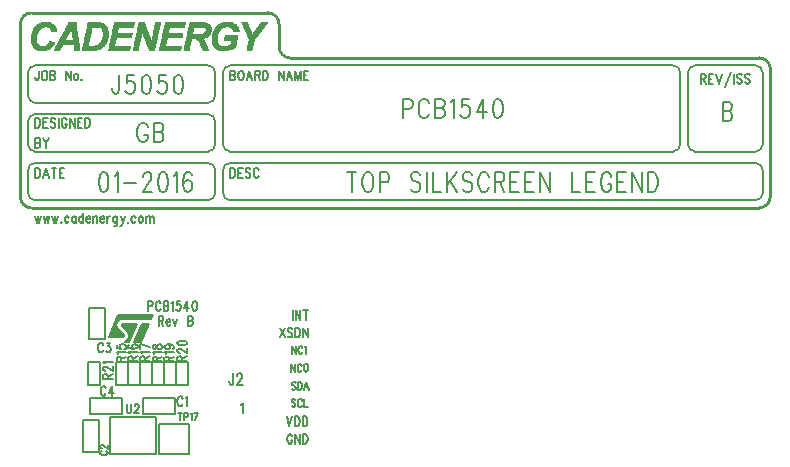
<source format=gto>
*
*
G04 PADS Layout (Build Number 2007.21.1) generated Gerber (RS-274-X) file*
G04 PC Version=2.1*
*
%IN "J5050.pcb"*%
*
%MOMM*%
*
%FSLAX44Y44*%
*
*
*
*
G04 PC Standard Apertures*
*
*
G04 Thermal Relief Aperture macro.*
%AMTER*
1,1,$1,0,0*
1,0,$1-$2,0,0*
21,0,$3,$4,0,0,45*
21,0,$3,$4,0,0,135*
%
*
*
G04 Annular Aperture macro.*
%AMANN*
1,1,$1,0,0*
1,0,$2,0,0*
%
*
*
G04 Odd Aperture macro.*
%AMODD*
1,1,$1,0,0*
1,0,$1-0.005,0,0*
%
*
*
G04 PC Custom Aperture Macros*
*
*
*
*
*
*
G04 PC Aperture Table*
*
%ADD010C,0.254*%
%ADD011C,0.2032*%
%ADD012C,0.0508*%
%ADD013C,0.127*%
%ADD023C,0.0254*%
%ADD029C,0.1524*%
%ADD081C,0.15*%
*
*
*
*
G04 PC Circuitry*
G04 Layer Name J5050.pcb - circuitry*
%LPD*%
*
*
G04 PC Custom Flashes*
G04 Layer Name J5050.pcb - flashes*
%LPD*%
*
*
G04 PC Circuitry*
G04 Layer Name J5050.pcb - circuitry*
%LPD*%
*
G54D10*
G01X315000Y655000D02*
G75*
G03X324525Y645475I9525J0D01*
G01X940475*
G03X950000Y655000I0J9525*
G01Y762950*
G03X940475Y772475I-9525J0*
G01X543600*
X534075Y782000D02*
G03X543600Y772475I9525J0D01*
G01X534075Y782000D02*
Y801050D01*
G03X524550Y810575I-9525J0*
G01X324525*
G03X315000Y801050I0J-9525*
G01Y655000*
G54D11*
X880150Y699450D02*
G03X886500Y693100I6350J0D01*
G01X937300*
G03X943650Y699450I0J6350*
G01Y759775*
G03X937300Y766125I-6350J0*
G01X886500*
G03X880150Y759775I0J-6350*
G01Y699450*
X486450Y658175D02*
G03X492800Y651825I6350J0D01*
G01X937300*
G03X943650Y658175I0J6350*
G01Y677225*
G03X937300Y683575I-6350J0*
G01X492800*
G03X486450Y677225I0J-6350*
G01Y658175*
X492800Y766125D02*
G03X486450Y759775I0J-6350D01*
G01X492800Y766125D02*
X867450D01*
X873800Y759775D02*
G03X867450Y766125I-6350J0D01*
G01X873800Y759775D02*
Y699450D01*
X867450Y693100D02*
G03X873800Y699450I0J6350D01*
G01X867450Y693100D02*
X492800D01*
X486450Y699450D02*
G03X492800Y693100I6350J0D01*
G01X486450Y699450D02*
Y759775D01*
X327700Y683575D02*
G03X321350Y677225I0J-6350D01*
G01X327700Y683575D02*
X473750D01*
X480100Y677225D02*
G03X473750Y683575I-6350J0D01*
G01X480100Y677225D02*
Y658175D01*
X473750Y651825D02*
G03X480100Y658175I0J6350D01*
G01X473750Y651825D02*
X327700D01*
X321350Y658175D02*
G03X327700Y651825I6350J0D01*
G01X321350Y658175D02*
Y677225D01*
X327700Y724850D02*
G03X321350Y718500I0J-6350D01*
G01X327700Y724850D02*
X473750D01*
X480100Y718500D02*
G03X473750Y724850I-6350J0D01*
G01X480100Y718500D02*
Y699450D01*
X473750Y693100D02*
G03X480100Y699450I0J6350D01*
G01X473750Y693100D02*
X327700D01*
X321350Y699450D02*
G03X327700Y693100I6350J0D01*
G01X321350Y699450D02*
Y718500D01*
X480100Y759775D02*
G03X473750Y766125I-6350J0D01*
G01X327700*
G03X321350Y759775I0J-6350*
G01Y740725*
G03X327700Y734375I6350J0*
G01X473750*
G03X480100Y740725I0J6350*
G01Y759775*
X398553Y758266D02*
Y745566D01*
X398553D02*
X397976Y743185D01*
X397976D02*
X397398Y742391D01*
X397398D02*
X396244Y741598D01*
X395089*
X395089D02*
X393935Y742391D01*
X393935D02*
X393357Y743185D01*
X393357D02*
X392780Y745566D01*
X392780D02*
Y747154D01*
X411253Y758266D02*
X405480D01*
X405480D02*
X404903Y751123D01*
X405480Y751916*
X405480D02*
X407212Y752710D01*
X407212D02*
X408944D01*
X408944D02*
X410676Y751916D01*
X410676D02*
X411830Y750329D01*
X411830D02*
X412407Y747948D01*
X412407D02*
X411830Y746360D01*
X411830D02*
X411253Y743979D01*
X410098Y742391*
X410098D02*
X408366Y741598D01*
X408366D02*
X406635D01*
X404903Y742391*
X404903D02*
X404326Y743185D01*
X404326D02*
X403748Y744773D01*
X421066Y758266D02*
X419335Y757473D01*
X418180Y755091*
X418180D02*
X417603Y751123D01*
Y748741*
X417603D02*
X418180Y744773D01*
X418180D02*
X419335Y742391D01*
X419335D02*
X421066Y741598D01*
X421066D02*
X422221D01*
X423953Y742391*
X423953D02*
X425107Y744773D01*
X425107D02*
X425685Y748741D01*
X425685D02*
Y751123D01*
X425107Y755091*
X425107D02*
X423953Y757473D01*
X422221Y758266*
X422221D02*
X421066D01*
X438385D02*
X432612D01*
X432612D02*
X432035Y751123D01*
X432612Y751916*
X432612D02*
X434344Y752710D01*
X434344D02*
X436076D01*
X436076D02*
X437807Y751916D01*
X437807D02*
X438962Y750329D01*
X439539Y747948*
X439539D02*
X438962Y746360D01*
X438962D02*
X438385Y743979D01*
X437230Y742391*
X437230D02*
X435498Y741598D01*
X435498D02*
X433766D01*
X433766D02*
X432035Y742391D01*
X432035D02*
X431457Y743185D01*
X431457D02*
X430880Y744773D01*
X448198Y758266D02*
X446466Y757473D01*
X446466D02*
X445312Y755091D01*
X445312D02*
X444735Y751123D01*
Y748741*
X444735D02*
X445312Y744773D01*
X446466Y742391*
X446466D02*
X448198Y741598D01*
X448198D02*
X449353D01*
X451085Y742391*
X451085D02*
X452239Y744773D01*
X452239D02*
X452816Y748741D01*
X452816D02*
Y751123D01*
X452816D02*
X452239Y755091D01*
X452239D02*
X451085Y757473D01*
X449353Y758266*
X449353D02*
X448198D01*
X422801Y713658D02*
X422223Y715245D01*
X422223D02*
X421069Y716833D01*
X419914Y717626*
X419914D02*
X417605D01*
X417605D02*
X416451Y716833D01*
X415296Y715245*
X415296D02*
X414719Y713658D01*
X414142Y711276*
X414142D02*
Y707308D01*
X414719Y704926*
X414719D02*
X415296Y703339D01*
X415296D02*
X416451Y701751D01*
X416451D02*
X417605Y700958D01*
X417605D02*
X419914D01*
X419914D02*
X421069Y701751D01*
X421069D02*
X422223Y703339D01*
X422223D02*
X422801Y704926D01*
X422801D02*
Y707308D01*
X419914D02*
X422801D01*
X427996Y717626D02*
Y700958D01*
Y717626D02*
X433192D01*
X433192D02*
X434923Y716833D01*
X434923D02*
X435501Y716039D01*
X436078Y714451*
X436078D02*
Y712864D01*
X435501Y711276*
X435501D02*
X434923Y710483D01*
X434923D02*
X433192Y709689D01*
X427996D02*
X433192D01*
X434923Y708895*
X434923D02*
X435501Y708101D01*
X435501D02*
X436078Y706514D01*
Y704133*
X435501Y702545*
X435501D02*
X434923Y701751D01*
X434923D02*
X433192Y700958D01*
X427996*
X384989Y675716D02*
X383257Y674923D01*
X383257D02*
X382103Y672541D01*
X382103D02*
X381525Y668573D01*
X381525D02*
Y666191D01*
X381525D02*
X382103Y662223D01*
X383257Y659841*
X383257D02*
X384989Y659048D01*
X386144*
X387875Y659841*
X387875D02*
X389030Y662223D01*
X389607Y666191*
X389607D02*
Y668573D01*
X389607D02*
X389030Y672541D01*
X389030D02*
X387875Y674923D01*
X387875D02*
X386144Y675716D01*
X386144D02*
X384989D01*
X394803Y672541D02*
X395957Y673335D01*
X395957D02*
X397689Y675716D01*
X397689D02*
Y659048D01*
X402884Y666191D02*
X413275D01*
X419048Y671748D02*
Y672541D01*
X419048D02*
X419625Y674129D01*
X419625D02*
X420203Y674923D01*
X421357Y675716*
X421357D02*
X423666D01*
X423666D02*
X424821Y674923D01*
X425398Y674129*
X425398D02*
X425975Y672541D01*
X425975D02*
Y670954D01*
X425975D02*
X425398Y669366D01*
X425398D02*
X424244Y666985D01*
X424244D02*
X418471Y659048D01*
X426553*
X435212Y675716D02*
X433480Y674923D01*
X432325Y672541*
X432325D02*
X431748Y668573D01*
X431748D02*
Y666191D01*
X431748D02*
X432325Y662223D01*
X432325D02*
X433480Y659841D01*
X433480D02*
X435212Y659048D01*
X436366*
X436366D02*
X438098Y659841D01*
X438098D02*
X439253Y662223D01*
X439830Y666191*
X439830D02*
Y668573D01*
X439253Y672541*
X439253D02*
X438098Y674923D01*
X438098D02*
X436366Y675716D01*
X436366D02*
X435212D01*
X445025Y672541D02*
X446180Y673335D01*
X446180D02*
X447912Y675716D01*
X447912D02*
Y659048D01*
X460034Y673335D02*
X459457Y674923D01*
X459457D02*
X457725Y675716D01*
X457725D02*
X456571D01*
X456571D02*
X454839Y674923D01*
X453684Y672541*
X453684D02*
X453107Y668573D01*
X453107D02*
Y664604D01*
X453107D02*
X453684Y661429D01*
X453684D02*
X454839Y659841D01*
X454839D02*
X456571Y659048D01*
X457148*
X457148D02*
X458880Y659841D01*
X458880D02*
X460034Y661429D01*
X460034D02*
X460612Y663810D01*
X460612D02*
Y664604D01*
X460034Y666985*
X460034D02*
X458880Y668573D01*
X457148Y669366*
X457148D02*
X456571D01*
X456571D02*
X454839Y668573D01*
X453684Y666985*
X453684D02*
X453107Y664604D01*
X638988Y737946D02*
Y721278D01*
Y737946D02*
X644184D01*
X644184D02*
X645915Y737153D01*
X645915D02*
X646493Y736359D01*
X647070Y734771*
X647070D02*
Y732390D01*
X647070D02*
X646493Y730803D01*
X645915Y730009*
X645915D02*
X644184Y729215D01*
X644184D02*
X638988D01*
X660924Y733978D02*
X660347Y735565D01*
X660347D02*
X659193Y737153D01*
X658038Y737946*
X658038D02*
X655729D01*
X655729D02*
X654574Y737153D01*
X654574D02*
X653420Y735565D01*
X653420D02*
X652843Y733978D01*
X652265Y731596*
X652265D02*
Y727628D01*
X652265D02*
X652843Y725246D01*
X652843D02*
X653420Y723659D01*
X654574Y722071*
X654574D02*
X655729Y721278D01*
X658038*
X658038D02*
X659193Y722071D01*
X659193D02*
X660347Y723659D01*
X660347D02*
X660924Y725246D01*
X666120Y737946D02*
Y721278D01*
Y737946D02*
X671315D01*
X671315D02*
X673047Y737153D01*
X673047D02*
X673624Y736359D01*
X673624D02*
X674202Y734771D01*
X674202D02*
Y733184D01*
X673624Y731596*
X673624D02*
X673047Y730803D01*
X673047D02*
X671315Y730009D01*
X666120D02*
X671315D01*
X671315D02*
X673047Y729215D01*
X673047D02*
X673624Y728421D01*
X673624D02*
X674202Y726834D01*
Y724453*
X673624Y722865*
X673624D02*
X673047Y722071D01*
X673047D02*
X671315Y721278D01*
X671315D02*
X666120D01*
X679397Y734771D02*
X680552Y735565D01*
X680552D02*
X682284Y737946D01*
X682284D02*
Y721278D01*
X694984Y737946D02*
X689211D01*
X689211D02*
X688634Y730803D01*
X689211Y731596*
X689211D02*
X690943Y732390D01*
X690943D02*
X692674D01*
X692674D02*
X694406Y731596D01*
X694406D02*
X695561Y730009D01*
X696138Y727628*
X696138D02*
X695561Y726040D01*
X695561D02*
X694984Y723659D01*
X693829Y722071*
X693829D02*
X692097Y721278D01*
X692097D02*
X690365D01*
X690365D02*
X688634Y722071D01*
X688634D02*
X688056Y722865D01*
X688056D02*
X687479Y724453D01*
X707106Y737946D02*
X701334Y726834D01*
X709993*
X707106Y737946D02*
Y721278D01*
X718652Y737946D02*
X716920Y737153D01*
X715765Y734771*
X715765D02*
X715188Y730803D01*
X715188D02*
Y728421D01*
X715188D02*
X715765Y724453D01*
X715765D02*
X716920Y722071D01*
X716920D02*
X718652Y721278D01*
X719806*
X719806D02*
X721538Y722071D01*
X721538D02*
X722693Y724453D01*
X723270Y728421*
X723270D02*
Y730803D01*
X722693Y734771*
X722693D02*
X721538Y737153D01*
X721538D02*
X719806Y737946D01*
X719806D02*
X718652D01*
X909556Y735406D02*
Y718738D01*
Y735406D02*
X914751D01*
X914751D02*
X916483Y734613D01*
X916483D02*
X917060Y733819D01*
X917060D02*
X917638Y732231D01*
X917638D02*
Y730644D01*
X917060Y729056*
X917060D02*
X916483Y728263D01*
X916483D02*
X914751Y727469D01*
X909556D02*
X914751D01*
X914751D02*
X916483Y726675D01*
X916483D02*
X917060Y725881D01*
X917060D02*
X917638Y724294D01*
Y721913*
X917060Y720325*
X917060D02*
X916483Y719531D01*
X916483D02*
X914751Y718738D01*
X914751D02*
X909556D01*
X595462Y675716D02*
Y659048D01*
X591421Y675716D02*
X599503D01*
X608162D02*
X607007Y674923D01*
X607007D02*
X605853Y673335D01*
X605853D02*
X605275Y671748D01*
X605275D02*
X604698Y669366D01*
X604698D02*
Y665398D01*
X604698D02*
X605275Y663016D01*
X605275D02*
X605853Y661429D01*
X607007Y659841*
X607007D02*
X608162Y659048D01*
X610471*
X611625Y659841*
X611625D02*
X612780Y661429D01*
X613357Y663016*
X613357D02*
X613934Y665398D01*
X613934D02*
Y669366D01*
X613934D02*
X613357Y671748D01*
X613357D02*
X612780Y673335D01*
X612780D02*
X611625Y674923D01*
X611625D02*
X610471Y675716D01*
X610471D02*
X608162D01*
X619130D02*
Y659048D01*
Y675716D02*
X624325D01*
X624325D02*
X626057Y674923D01*
X626057D02*
X626634Y674129D01*
X626634D02*
X627212Y672541D01*
X627212D02*
Y670160D01*
X627212D02*
X626634Y668573D01*
X626634D02*
X626057Y667779D01*
X626057D02*
X624325Y666985D01*
X624325D02*
X619130D01*
X653766Y673335D02*
X652612Y674923D01*
X650880Y675716*
X650880D02*
X648571D01*
X648571D02*
X646839Y674923D01*
X645684Y673335*
X645684D02*
Y671748D01*
X645684D02*
X646262Y670160D01*
X646262D02*
X646839Y669366D01*
X646839D02*
X647994Y668573D01*
X651457Y666985*
X651457D02*
X652612Y666191D01*
X652612D02*
X653189Y665398D01*
X653766Y663810*
X653766D02*
Y661429D01*
X653766D02*
X652612Y659841D01*
X652612D02*
X650880Y659048D01*
X648571*
X646839Y659841*
X646839D02*
X645684Y661429D01*
X658962Y675716D02*
Y659048D01*
X664157Y675716D02*
Y659048D01*
X664157D02*
X671084D01*
X676280Y675716D02*
Y659048D01*
X684362Y675716D02*
X676280Y664604D01*
X679166Y668573D02*
X684362Y659048D01*
X697639Y673335D02*
X696484Y674923D01*
X696484D02*
X694753Y675716D01*
X694753D02*
X692444D01*
X692444D02*
X690712Y674923D01*
X689557Y673335*
X689557D02*
Y671748D01*
X689557D02*
X690134Y670160D01*
X690134D02*
X690712Y669366D01*
X690712D02*
X691866Y668573D01*
X691866D02*
X695330Y666985D01*
X695330D02*
X696484Y666191D01*
X696484D02*
X697062Y665398D01*
X697639Y663810*
X697639D02*
Y661429D01*
X696484Y659841*
X696484D02*
X694753Y659048D01*
X692444*
X690712Y659841*
X690712D02*
X689557Y661429D01*
X711494Y671748D02*
X710916Y673335D01*
X710916D02*
X709762Y674923D01*
X708607Y675716*
X708607D02*
X706298D01*
X706298D02*
X705144Y674923D01*
X703989Y673335*
X703989D02*
X703412Y671748D01*
X702834Y669366*
X702834D02*
Y665398D01*
X702834D02*
X703412Y663016D01*
X703412D02*
X703989Y661429D01*
X705144Y659841*
X705144D02*
X706298Y659048D01*
X706298D02*
X708607D01*
X708607D02*
X709762Y659841D01*
X709762D02*
X710916Y661429D01*
X710916D02*
X711494Y663016D01*
X716689Y675716D02*
Y659048D01*
Y675716D02*
X721884D01*
X721884D02*
X723616Y674923D01*
X723616D02*
X724194Y674129D01*
X724771Y672541*
X724771D02*
Y670954D01*
X724194Y669366*
X724194D02*
X723616Y668573D01*
X723616D02*
X721884Y667779D01*
X721884D02*
X716689D01*
X720730D02*
X724771Y659048D01*
X729966Y675716D02*
Y659048D01*
Y675716D02*
X737471D01*
X729966Y667779D02*
X734584D01*
X729966Y659048D02*
X737471D01*
X742666Y675716D02*
Y659048D01*
Y675716D02*
X750171D01*
X742666Y667779D02*
X747284D01*
X742666Y659048D02*
X750171D01*
X755366Y675716D02*
Y659048D01*
Y675716D02*
X763448Y659048D01*
Y675716D02*
Y659048D01*
X781921Y675716D02*
Y659048D01*
X788848*
X794044Y675716D02*
Y659048D01*
Y675716D02*
X801548D01*
X794044Y667779D02*
X798662D01*
X794044Y659048D02*
X801548D01*
X815403Y671748D02*
X814825Y673335D01*
X814825D02*
X813671Y674923D01*
X812516Y675716*
X812516D02*
X810207D01*
X810207D02*
X809053Y674923D01*
X807898Y673335*
X807898D02*
X807321Y671748D01*
X806744Y669366*
X806744D02*
Y665398D01*
X807321Y663016*
X807321D02*
X807898Y661429D01*
X807898D02*
X809053Y659841D01*
X809053D02*
X810207Y659048D01*
X810207D02*
X812516D01*
X812516D02*
X813671Y659841D01*
X813671D02*
X814825Y661429D01*
X814825D02*
X815403Y663016D01*
X815403D02*
Y665398D01*
X812516D02*
X815403D01*
X820598Y675716D02*
Y659048D01*
Y675716D02*
X828103D01*
X820598Y667779D02*
X825216D01*
X820598Y659048D02*
X828103D01*
X833298Y675716D02*
Y659048D01*
Y675716D02*
X841380Y659048D01*
Y675716D02*
Y659048D01*
X846575Y675716D02*
Y659048D01*
Y675716D02*
X850616D01*
X850616D02*
X852348Y674923D01*
X852348D02*
X853503Y673335D01*
X853503D02*
X854080Y671748D01*
X854657Y669366*
X854657D02*
Y665398D01*
X854657D02*
X854080Y663016D01*
X854080D02*
X853503Y661429D01*
X852348Y659841*
X852348D02*
X850616Y659048D01*
X850616D02*
X846575D01*
G54D12*
X330875Y778825D02*
X335073D01*
X484227D02*
X489156D01*
X329414Y779190D02*
X336534D01*
X343289D02*
X347853D01*
X360815D02*
X365014D01*
X367022D02*
X378888D01*
X389295D02*
X407003D01*
X410107D02*
X414306D01*
X423981D02*
X428180D01*
X432379D02*
X450088D01*
X453191D02*
X457390D01*
X469257D02*
X474186D01*
X482767D02*
X490982D01*
X506500D02*
X510699D01*
X328684Y779555D02*
X337629D01*
X343289D02*
X348218D01*
X360815D02*
X365014D01*
X367022D02*
X380349D01*
X389295D02*
X407003D01*
X410107D02*
X414671D01*
X423616D02*
X428545D01*
X432379D02*
X450088D01*
X453191D02*
X457755D01*
X468892D02*
X473821D01*
X481671D02*
X492442D01*
X506500D02*
X511064D01*
X327954Y779920D02*
X338360D01*
X343654D02*
X348218D01*
X360815D02*
X365014D01*
X367387D02*
X381444D01*
X389660D02*
X407368D01*
X410472D02*
X414671D01*
X423616D02*
X428545D01*
X432744D02*
X450453D01*
X453557D02*
X457755D01*
X468892D02*
X473821D01*
X480941D02*
X493538D01*
X506865D02*
X511064D01*
X327588Y780285D02*
X339090D01*
X343654D02*
X348583D01*
X360450D02*
X365014D01*
X367387D02*
X382175D01*
X389660D02*
X407368D01*
X410472D02*
X414671D01*
X423616D02*
X428545D01*
X432744D02*
X450453D01*
X453557D02*
X457755D01*
X468892D02*
X473821D01*
X480576D02*
X494268D01*
X506865D02*
X511064D01*
X326858Y780650D02*
X339820D01*
X344019D02*
X348583D01*
X360450D02*
X364649D01*
X367387D02*
X382905D01*
X389660D02*
X407368D01*
X410472D02*
X414671D01*
X423251D02*
X428545D01*
X432744D02*
X450453D01*
X453557D02*
X457755D01*
X468527D02*
X473456D01*
X480211D02*
X494998D01*
X506865D02*
X511064D01*
X326493Y781015D02*
X340185D01*
X344019D02*
X348948D01*
X360450D02*
X364649D01*
X367387D02*
X383635D01*
X389660D02*
X407733D01*
X410472D02*
X414671D01*
X423251D02*
X428545D01*
X432744D02*
X450818D01*
X453557D02*
X457755D01*
X468527D02*
X473456D01*
X479846D02*
X495728D01*
X506865D02*
X511064D01*
X326128Y781380D02*
X340550D01*
X344384D02*
X348948D01*
X360450D02*
X364649D01*
X367387D02*
X384000D01*
X389660D02*
X407733D01*
X410472D02*
X415036D01*
X422886D02*
X428911D01*
X432744D02*
X450818D01*
X453557D02*
X458121D01*
X468527D02*
X473091D01*
X479480D02*
X496459D01*
X506865D02*
X511429D01*
X326128Y781746D02*
X340915D01*
X344749D02*
X349313D01*
X360450D02*
X364649D01*
X367752D02*
X384365D01*
X390025D02*
X407733D01*
X410837D02*
X415036D01*
X422886D02*
X428911D01*
X433110D02*
X450818D01*
X453922D02*
X458121D01*
X468162D02*
X473091D01*
X479115D02*
X496824D01*
X507230D02*
X511429D01*
X325763Y782111D02*
X341281D01*
X344749D02*
X349678D01*
X360450D02*
X364649D01*
X367752D02*
X384730D01*
X390025D02*
X407733D01*
X410837D02*
X415036D01*
X422886D02*
X428911D01*
X433110D02*
X450818D01*
X453922D02*
X458121D01*
X468162D02*
X473091D01*
X478750D02*
X496824D01*
X507230D02*
X511429D01*
X325398Y782476D02*
X341646D01*
X345114D02*
X349678D01*
X360450D02*
X364649D01*
X367752D02*
X385096D01*
X390025D02*
X408098D01*
X410837D02*
X415036D01*
X422521D02*
X428911D01*
X433110D02*
X451183D01*
X453922D02*
X458121D01*
X467796D02*
X472726D01*
X478385D02*
X496824D01*
X507230D02*
X511429D01*
X325398Y782841D02*
X331787D01*
X334891D02*
X342011D01*
X345114D02*
X350044D01*
X360085D02*
X364649D01*
X367752D02*
X385461D01*
X390025D02*
X408098D01*
X410837D02*
X415036D01*
X422521D02*
X428911D01*
X433110D02*
X451183D01*
X453922D02*
X458121D01*
X467796D02*
X472726D01*
X478385D02*
X484775D01*
X488974D02*
X496824D01*
X507230D02*
X511429D01*
X325033Y783206D02*
X331057D01*
X336351D02*
X342376D01*
X345480D02*
X350044D01*
X360085D02*
X364283D01*
X367752D02*
X372316D01*
X378341D02*
X385826D01*
X390025D02*
X394589D01*
X410837D02*
X415401D01*
X422521D02*
X429276D01*
X433110D02*
X437674D01*
X453922D02*
X458486D01*
X467431D02*
X472360D01*
X478020D02*
X483679D01*
X490434D02*
X496824D01*
X507230D02*
X511794D01*
X325033Y783571D02*
X330327D01*
X337082D02*
X342376D01*
X345480D02*
X350409D01*
X360085D02*
X364283D01*
X368117D02*
X372316D01*
X379801D02*
X386191D01*
X390390D02*
X394589D01*
X411202D02*
X415401D01*
X422156D02*
X429276D01*
X433475D02*
X437674D01*
X454287D02*
X458486D01*
X467431D02*
X472360D01*
X478020D02*
X482949D01*
X491530D02*
X497189D01*
X507595D02*
X511794D01*
X324667Y783936D02*
X329962D01*
X337447D02*
X342741D01*
X345845D02*
X350409D01*
X360085D02*
X364283D01*
X368117D02*
X372316D01*
X380532D02*
X386556D01*
X390390D02*
X394589D01*
X411202D02*
X415401D01*
X422156D02*
X429276D01*
X433475D02*
X437674D01*
X454287D02*
X458486D01*
X467431D02*
X471995D01*
X477655D02*
X482584D01*
X492625D02*
X497189D01*
X507595D02*
X511794D01*
X324667Y784301D02*
X329597D01*
X337812D02*
X343106D01*
X345845D02*
X364283D01*
X368117D02*
X372316D01*
X380897D02*
X386556D01*
X390390D02*
X394589D01*
X411202D02*
X415401D01*
X421791D02*
X429276D01*
X433475D02*
X437674D01*
X454287D02*
X458486D01*
X467066D02*
X471995D01*
X477655D02*
X482219D01*
X492990D02*
X497189D01*
X507595D02*
X511794D01*
X324302Y784667D02*
X329231D01*
X338542D02*
X343106D01*
X346210D02*
X364283D01*
X368117D02*
X372681D01*
X381627D02*
X386921D01*
X390390D02*
X394954D01*
X411202D02*
X415401D01*
X421791D02*
X429641D01*
X433475D02*
X438039D01*
X454287D02*
X458851D01*
X467066D02*
X471630D01*
X477290D02*
X482219D01*
X492990D02*
X497189D01*
X507595D02*
X512159D01*
X324302Y785032D02*
X328866D01*
X338542D02*
X343471D01*
X346210D02*
X364283D01*
X368482D02*
X372681D01*
X381992D02*
X387286D01*
X390755D02*
X394954D01*
X411567D02*
X415766D01*
X421791D02*
X429641D01*
X433840D02*
X438039D01*
X454652D02*
X458851D01*
X466701D02*
X471630D01*
X477290D02*
X481854D01*
X492990D02*
X497554D01*
X507960D02*
X512159D01*
X324302Y785397D02*
X328866D01*
X338907D02*
X343471D01*
X346575D02*
X364283D01*
X368482D02*
X372681D01*
X382357D02*
X387286D01*
X390755D02*
X394954D01*
X411567D02*
X415766D01*
X421426D02*
X429641D01*
X433840D02*
X438039D01*
X454652D02*
X458851D01*
X466701D02*
X471265D01*
X477290D02*
X481489D01*
X492990D02*
X497554D01*
X507960D02*
X512159D01*
X324302Y785762D02*
X328501D01*
X339272D02*
X343836D01*
X346575D02*
X363918D01*
X368482D02*
X372681D01*
X382357D02*
X387651D01*
X390755D02*
X394954D01*
X411567D02*
X415766D01*
X421426D02*
X429641D01*
X433840D02*
X438039D01*
X454652D02*
X458851D01*
X466336D02*
X471265D01*
X477290D02*
X481489D01*
X493355D02*
X497554D01*
X507960D02*
X512159D01*
X324302Y786127D02*
X328501D01*
X339272D02*
X343471D01*
X346940D02*
X363918D01*
X368482D02*
X372681D01*
X382722D02*
X387651D01*
X390755D02*
X394954D01*
X411567D02*
X415766D01*
X421060D02*
X429641D01*
X433840D02*
X438039D01*
X454652D02*
X458851D01*
X466336D02*
X470900D01*
X477290D02*
X481489D01*
X493355D02*
X497554D01*
X507960D02*
X512159D01*
X323937Y786492D02*
X328501D01*
X339638D02*
X340915D01*
X347305D02*
X363918D01*
X368482D02*
X373046D01*
X383087D02*
X388017D01*
X390755D02*
X395319D01*
X411567D02*
X415766D01*
X421060D02*
X430006D01*
X433840D02*
X438404D01*
X454652D02*
X459216D01*
X465971D02*
X470900D01*
X476925D02*
X481489D01*
X493355D02*
X497554D01*
X507960D02*
X512524D01*
X323937Y786857D02*
X328136D01*
X347305D02*
X363918D01*
X368848D02*
X373046D01*
X383087D02*
X388017D01*
X391120D02*
X395319D01*
X411932D02*
X416131D01*
X421060D02*
X430006D01*
X434205D02*
X438404D01*
X455017D02*
X459216D01*
X465971D02*
X470535D01*
X476925D02*
X481123D01*
X493355D02*
X497919D01*
X508325D02*
X512524D01*
X323937Y787222D02*
X328136D01*
X347670D02*
X363918D01*
X368848D02*
X373046D01*
X383453D02*
X388017D01*
X391120D02*
X395319D01*
X411932D02*
X416131D01*
X420695D02*
X430006D01*
X434205D02*
X438404D01*
X455017D02*
X459216D01*
X465606D02*
X470535D01*
X476925D02*
X481123D01*
X493720D02*
X497919D01*
X508325D02*
X512524D01*
X323937Y787588D02*
X328136D01*
X347670D02*
X363918D01*
X368848D02*
X373046D01*
X383818D02*
X388382D01*
X391120D02*
X395319D01*
X411932D02*
X416131D01*
X420695D02*
X425259D01*
X426172D02*
X430006D01*
X434205D02*
X438404D01*
X455017D02*
X459216D01*
X465241D02*
X470170D01*
X476925D02*
X481123D01*
X493720D02*
X497919D01*
X508325D02*
X512524D01*
X323937Y787953D02*
X328136D01*
X348035D02*
X363918D01*
X368848D02*
X373046D01*
X383818D02*
X388382D01*
X391120D02*
X395319D01*
X411932D02*
X416131D01*
X420695D02*
X425259D01*
X426172D02*
X430006D01*
X434205D02*
X438404D01*
X455017D02*
X459216D01*
X464875D02*
X469805D01*
X476925D02*
X481123D01*
X487148D02*
X497919D01*
X508325D02*
X512889D01*
X323937Y788318D02*
X328136D01*
X348035D02*
X352965D01*
X359354D02*
X363553D01*
X368848D02*
X373412D01*
X384183D02*
X388382D01*
X391120D02*
X395684D01*
X411932D02*
X416131D01*
X420330D02*
X424894D01*
X426172D02*
X430371D01*
X434205D02*
X438769D01*
X455017D02*
X459581D01*
X464510D02*
X469439D01*
X476925D02*
X481123D01*
X487148D02*
X497919D01*
X508325D02*
X512889D01*
X323937Y788683D02*
X328136D01*
X348401D02*
X352965D01*
X359354D02*
X363553D01*
X369213D02*
X373412D01*
X384183D02*
X388747D01*
X391485D02*
X395684D01*
X412297D02*
X416496D01*
X420330D02*
X424894D01*
X426172D02*
X430371D01*
X434570D02*
X438769D01*
X455382D02*
X459581D01*
X463780D02*
X469074D01*
X476925D02*
X481123D01*
X487513D02*
X498284D01*
X508325D02*
X513254D01*
X323937Y789048D02*
X328136D01*
X348401D02*
X353330D01*
X359354D02*
X363553D01*
X369213D02*
X373412D01*
X384183D02*
X388747D01*
X391485D02*
X395684D01*
X412297D02*
X416496D01*
X419965D02*
X424894D01*
X426172D02*
X430371D01*
X434570D02*
X438769D01*
X455382D02*
X468709D01*
X476925D02*
X481123D01*
X487513D02*
X498284D01*
X507960D02*
X513620D01*
X323937Y789413D02*
X328136D01*
X348766D02*
X353330D01*
X359354D02*
X363553D01*
X369213D02*
X373412D01*
X384548D02*
X388747D01*
X391485D02*
X395684D01*
X412297D02*
X416496D01*
X419965D02*
X424529D01*
X426537D02*
X430371D01*
X434570D02*
X438769D01*
X455382D02*
X470535D01*
X476925D02*
X481123D01*
X487513D02*
X498284D01*
X507960D02*
X513985D01*
X323937Y789778D02*
X328136D01*
X348766D02*
X353695D01*
X359354D02*
X363553D01*
X369213D02*
X373777D01*
X384548D02*
X388747D01*
X391485D02*
X408098D01*
X412297D02*
X416496D01*
X419965D02*
X424529D01*
X426537D02*
X430736D01*
X434570D02*
X451183D01*
X455382D02*
X471630D01*
X476925D02*
X481123D01*
X487513D02*
X498284D01*
X507595D02*
X513985D01*
X323937Y790143D02*
X328136D01*
X349131D02*
X353695D01*
X359354D02*
X363553D01*
X369578D02*
X373777D01*
X384548D02*
X388747D01*
X391850D02*
X408098D01*
X412663D02*
X416496D01*
X419600D02*
X424164D01*
X426537D02*
X430736D01*
X434935D02*
X451183D01*
X455747D02*
X472360D01*
X476925D02*
X481123D01*
X487878D02*
X498284D01*
X507595D02*
X514350D01*
X323937Y790509D02*
X328136D01*
X349131D02*
X354060D01*
X358989D02*
X363188D01*
X369578D02*
X373777D01*
X384548D02*
X389112D01*
X391850D02*
X408464D01*
X412663D02*
X416861D01*
X419600D02*
X424164D01*
X426537D02*
X430736D01*
X434935D02*
X451548D01*
X455747D02*
X473091D01*
X476925D02*
X481123D01*
X487878D02*
X498649D01*
X507595D02*
X514715D01*
X323937Y790874D02*
X328501D01*
X349496D02*
X354425D01*
X358989D02*
X363188D01*
X369578D02*
X373777D01*
X384913D02*
X389112D01*
X391850D02*
X408464D01*
X412663D02*
X416861D01*
X419235D02*
X424164D01*
X426537D02*
X430736D01*
X434935D02*
X451548D01*
X455747D02*
X473456D01*
X476925D02*
X481489D01*
X487878D02*
X498649D01*
X507230D02*
X515080D01*
X323937Y791239D02*
X328501D01*
X349861D02*
X354425D01*
X358989D02*
X363188D01*
X369578D02*
X373777D01*
X384913D02*
X389112D01*
X391850D02*
X408464D01*
X412663D02*
X416861D01*
X419235D02*
X423799D01*
X426902D02*
X430736D01*
X434935D02*
X451548D01*
X455747D02*
X473821D01*
X477290D02*
X481489D01*
X488243D02*
X498649D01*
X507230D02*
X515080D01*
X324302Y791604D02*
X328501D01*
X349861D02*
X354790D01*
X358989D02*
X363188D01*
X369578D02*
X374142D01*
X384913D02*
X389112D01*
X391850D02*
X408829D01*
X412663D02*
X416861D01*
X419235D02*
X423799D01*
X426902D02*
X431101D01*
X434935D02*
X451913D01*
X455747D02*
X474186D01*
X477290D02*
X481489D01*
X488243D02*
X498649D01*
X506865D02*
X515445D01*
X324302Y791969D02*
X328501D01*
X350226D02*
X354790D01*
X358989D02*
X363188D01*
X369943D02*
X374142D01*
X384913D02*
X389112D01*
X392216D02*
X408829D01*
X413028D02*
X416861D01*
X418870D02*
X423434D01*
X426902D02*
X431101D01*
X435300D02*
X451913D01*
X456112D02*
X474551D01*
X477290D02*
X481489D01*
X506865D02*
X515810D01*
X324302Y792334D02*
X328501D01*
X350226D02*
X355155D01*
X358989D02*
X363188D01*
X369943D02*
X374142D01*
X384913D02*
X389112D01*
X392216D02*
X408829D01*
X413028D02*
X417227D01*
X418870D02*
X423434D01*
X426902D02*
X431101D01*
X435300D02*
X451913D01*
X456112D02*
X474916D01*
X477290D02*
X481489D01*
X506500D02*
X516175D01*
X324302Y792699D02*
X328866D01*
X350591D02*
X355155D01*
X358624D02*
X363188D01*
X369943D02*
X374142D01*
X384913D02*
X389112D01*
X392216D02*
X408829D01*
X413028D02*
X417227D01*
X418870D02*
X423434D01*
X426902D02*
X431101D01*
X435300D02*
X451913D01*
X456112D02*
X460311D01*
X467431D02*
X474916D01*
X477290D02*
X481854D01*
X506500D02*
X516175D01*
X324302Y793064D02*
X328866D01*
X350591D02*
X355520D01*
X358624D02*
X362823D01*
X369943D02*
X374142D01*
X384913D02*
X389112D01*
X392216D02*
X409194D01*
X413028D02*
X417227D01*
X418505D02*
X423069D01*
X427268D02*
X431101D01*
X435300D02*
X452279D01*
X456112D02*
X460311D01*
X469257D02*
X475281D01*
X477655D02*
X481854D01*
X506500D02*
X511064D01*
X511611D02*
X516541D01*
X324667Y793430D02*
X328866D01*
X350956D02*
X355520D01*
X358624D02*
X362823D01*
X369943D02*
X374507D01*
X384913D02*
X389112D01*
X392216D02*
X409194D01*
X413028D02*
X417227D01*
X418505D02*
X423069D01*
X427268D02*
X431466D01*
X435300D02*
X452279D01*
X456112D02*
X460676D01*
X469987D02*
X475281D01*
X477655D02*
X481854D01*
X506135D02*
X510699D01*
X511977D02*
X516906D01*
X324667Y793795D02*
X329231D01*
X350956D02*
X355886D01*
X358624D02*
X362823D01*
X370308D02*
X374507D01*
X384913D02*
X389112D01*
X392581D02*
X396780D01*
X413393D02*
X417227D01*
X418139D02*
X423069D01*
X427268D02*
X431466D01*
X435665D02*
X439864D01*
X456478D02*
X460676D01*
X470352D02*
X475647D01*
X477655D02*
X482219D01*
X506135D02*
X510699D01*
X511977D02*
X517271D01*
X324667Y794160D02*
X329231D01*
X351322D02*
X355886D01*
X358624D02*
X362823D01*
X370308D02*
X374507D01*
X384913D02*
X389112D01*
X392581D02*
X396780D01*
X413393D02*
X417592D01*
X418139D02*
X422703D01*
X427268D02*
X431466D01*
X435665D02*
X439864D01*
X456478D02*
X460676D01*
X470717D02*
X475647D01*
X478020D02*
X482219D01*
X505769D02*
X510333D01*
X512342D02*
X517271D01*
X325033Y794525D02*
X329597D01*
X351322D02*
X356251D01*
X358624D02*
X362823D01*
X370308D02*
X374507D01*
X384913D02*
X389112D01*
X392581D02*
X396780D01*
X413393D02*
X417592D01*
X418139D02*
X422703D01*
X427268D02*
X431466D01*
X435665D02*
X439864D01*
X456478D02*
X460676D01*
X471083D02*
X475647D01*
X478020D02*
X482584D01*
X505769D02*
X510333D01*
X512707D02*
X517636D01*
X325033Y794890D02*
X329597D01*
X351687D02*
X356251D01*
X358624D02*
X362823D01*
X370308D02*
X374872D01*
X384913D02*
X389112D01*
X392581D02*
X397145D01*
X413393D02*
X422338D01*
X427633D02*
X431832D01*
X435665D02*
X440229D01*
X456478D02*
X461042D01*
X471448D02*
X476012D01*
X478385D02*
X482584D01*
X505404D02*
X510333D01*
X512707D02*
X518001D01*
X325033Y795255D02*
X329962D01*
X341098D02*
X342741D01*
X351687D02*
X356616D01*
X358259D02*
X362823D01*
X370308D02*
X374872D01*
X384548D02*
X389112D01*
X392581D02*
X397145D01*
X413393D02*
X422338D01*
X427633D02*
X431832D01*
X435665D02*
X440229D01*
X456478D02*
X461042D01*
X471448D02*
X476012D01*
X478385D02*
X482949D01*
X495546D02*
X496824D01*
X505404D02*
X509968D01*
X513072D02*
X518366D01*
X325398Y795620D02*
X329962D01*
X341098D02*
X345297D01*
X352052D02*
X356981D01*
X358259D02*
X362458D01*
X370673D02*
X374872D01*
X384548D02*
X388747D01*
X392946D02*
X397145D01*
X413758D02*
X422338D01*
X427633D02*
X431832D01*
X436031D02*
X440229D01*
X456843D02*
X461042D01*
X471813D02*
X476012D01*
X478385D02*
X482949D01*
X495181D02*
X499745D01*
X505039D02*
X509968D01*
X513437D02*
X518366D01*
X325398Y795985D02*
X330327D01*
X340733D02*
X345297D01*
X352417D02*
X356981D01*
X358259D02*
X362458D01*
X370673D02*
X374872D01*
X384548D02*
X388747D01*
X392946D02*
X397145D01*
X413758D02*
X421973D01*
X427633D02*
X431832D01*
X436031D02*
X440229D01*
X456843D02*
X461042D01*
X471813D02*
X476012D01*
X478750D02*
X483314D01*
X495181D02*
X499745D01*
X505039D02*
X509603D01*
X513802D02*
X518731D01*
X325763Y796351D02*
X330692D01*
X340733D02*
X345297D01*
X352417D02*
X357346D01*
X358259D02*
X362458D01*
X370673D02*
X374872D01*
X384183D02*
X388747D01*
X392946D02*
X397145D01*
X413758D02*
X421973D01*
X427633D02*
X431832D01*
X436031D02*
X440229D01*
X456843D02*
X461042D01*
X471813D02*
X476012D01*
X478750D02*
X483679D01*
X495181D02*
X499380D01*
X505039D02*
X509603D01*
X513802D02*
X519096D01*
X325763Y796716D02*
X331057D01*
X340733D02*
X344932D01*
X352782D02*
X357346D01*
X358259D02*
X362458D01*
X370673D02*
X375237D01*
X384183D02*
X388747D01*
X392946D02*
X397510D01*
X413758D02*
X421608D01*
X427998D02*
X432197D01*
X436031D02*
X440595D01*
X456843D02*
X461407D01*
X471813D02*
X476012D01*
X479115D02*
X484044D01*
X494816D02*
X499380D01*
X504674D02*
X509238D01*
X514167D02*
X519462D01*
X326128Y797081D02*
X331422D01*
X340368D02*
X344932D01*
X352782D02*
X357711D01*
X358259D02*
X362458D01*
X371038D02*
X375237D01*
X383818D02*
X388382D01*
X393311D02*
X397510D01*
X414123D02*
X421608D01*
X427998D02*
X432197D01*
X436396D02*
X440595D01*
X457208D02*
X461407D01*
X471813D02*
X476012D01*
X479480D02*
X484410D01*
X494451D02*
X499380D01*
X504674D02*
X509238D01*
X514532D02*
X519462D01*
X326128Y797446D02*
X331787D01*
X340003D02*
X344932D01*
X353147D02*
X357711D01*
X358259D02*
X362458D01*
X371038D02*
X375237D01*
X383453D02*
X388382D01*
X393311D02*
X397510D01*
X414123D02*
X421608D01*
X427998D02*
X432197D01*
X436396D02*
X440595D01*
X457208D02*
X461407D01*
X471448D02*
X476012D01*
X479480D02*
X484775D01*
X494085D02*
X499015D01*
X504309D02*
X508873D01*
X514898D02*
X519827D01*
X326493Y797811D02*
X332152D01*
X340003D02*
X344932D01*
X353147D02*
X362458D01*
X371038D02*
X375237D01*
X383087D02*
X388382D01*
X393311D02*
X397510D01*
X414123D02*
X421243D01*
X427998D02*
X432197D01*
X436396D02*
X440595D01*
X457208D02*
X461407D01*
X471448D02*
X476012D01*
X479846D02*
X485505D01*
X493720D02*
X499015D01*
X504309D02*
X508873D01*
X514898D02*
X520192D01*
X326858Y798176D02*
X332883D01*
X339638D02*
X344567D01*
X353512D02*
X362093D01*
X371038D02*
X375237D01*
X382357D02*
X388017D01*
X393311D02*
X397510D01*
X414123D02*
X421243D01*
X427998D02*
X432197D01*
X436396D02*
X440595D01*
X457208D02*
X461407D01*
X471083D02*
X476012D01*
X480211D02*
X485870D01*
X493355D02*
X499015D01*
X503944D02*
X508873D01*
X515263D02*
X520557D01*
X326858Y798541D02*
X333613D01*
X338907D02*
X344567D01*
X353512D02*
X362093D01*
X371038D02*
X375602D01*
X381627D02*
X388017D01*
X393311D02*
X397875D01*
X414123D02*
X421243D01*
X428363D02*
X432562D01*
X436396D02*
X440960D01*
X457208D02*
X461772D01*
X469987D02*
X475647D01*
X480211D02*
X486965D01*
X492625D02*
X498649D01*
X503944D02*
X508508D01*
X515628D02*
X520557D01*
X327223Y798906D02*
X334708D01*
X337812D02*
X344202D01*
X353877D02*
X362093D01*
X371403D02*
X387651D01*
X393676D02*
X410289D01*
X414488D02*
X420878D01*
X428363D02*
X432562D01*
X436761D02*
X453374D01*
X457573D02*
X475647D01*
X480576D02*
X488061D01*
X491895D02*
X498649D01*
X503944D02*
X508508D01*
X515993D02*
X520922D01*
X327588Y799272D02*
X344202D01*
X353877D02*
X362093D01*
X371403D02*
X387286D01*
X393676D02*
X410289D01*
X414488D02*
X420878D01*
X428363D02*
X432562D01*
X436761D02*
X453374D01*
X457573D02*
X475647D01*
X480941D02*
X498284D01*
X503579D02*
X508143D01*
X515993D02*
X521287D01*
X327954Y799637D02*
X343836D01*
X354243D02*
X362093D01*
X371403D02*
X387286D01*
X393676D02*
X410654D01*
X414488D02*
X420513D01*
X428363D02*
X432562D01*
X436761D02*
X453739D01*
X457573D02*
X475281D01*
X481306D02*
X497919D01*
X503579D02*
X508143D01*
X516358D02*
X521652D01*
X328319Y800002D02*
X343471D01*
X354608D02*
X362093D01*
X371403D02*
X386921D01*
X393676D02*
X410654D01*
X414488D02*
X420513D01*
X428363D02*
X432562D01*
X436761D02*
X453739D01*
X457573D02*
X475281D01*
X481671D02*
X497554D01*
X503214D02*
X507778D01*
X516723D02*
X521652D01*
X328684Y800367D02*
X343106D01*
X354608D02*
X362093D01*
X371403D02*
X386556D01*
X393676D02*
X410654D01*
X414488D02*
X420513D01*
X428728D02*
X432927D01*
X436761D02*
X453739D01*
X457573D02*
X474916D01*
X482036D02*
X497554D01*
X503214D02*
X507778D01*
X517088D02*
X522017D01*
X329414Y800732D02*
X342741D01*
X354973D02*
X361728D01*
X371769D02*
X386191D01*
X394041D02*
X411019D01*
X414853D02*
X420148D01*
X428728D02*
X432927D01*
X437126D02*
X454104D01*
X457938D02*
X474551D01*
X482767D02*
X497189D01*
X502848D02*
X507412D01*
X517088D02*
X522383D01*
X329779Y801097D02*
X342376D01*
X354973D02*
X361728D01*
X371769D02*
X385826D01*
X394041D02*
X411019D01*
X414853D02*
X420148D01*
X428728D02*
X432927D01*
X437126D02*
X454104D01*
X457938D02*
X474186D01*
X483132D02*
X496459D01*
X502848D02*
X507412D01*
X517453D02*
X522748D01*
X330509Y801462D02*
X342011D01*
X355338D02*
X361728D01*
X371769D02*
X385096D01*
X394041D02*
X411019D01*
X414853D02*
X419782D01*
X428728D02*
X432927D01*
X437126D02*
X454104D01*
X457938D02*
X473821D01*
X483497D02*
X496094D01*
X502848D02*
X507412D01*
X517819D02*
X522748D01*
X330875Y801827D02*
X341281D01*
X355338D02*
X361728D01*
X371769D02*
X384730D01*
X394041D02*
X411019D01*
X414853D02*
X419782D01*
X428728D02*
X433292D01*
X437126D02*
X454104D01*
X457938D02*
X473456D01*
X484227D02*
X495363D01*
X502483D02*
X507047D01*
X518184D02*
X523113D01*
X331970Y802193D02*
X340915D01*
X355703D02*
X361728D01*
X372134D02*
X383635D01*
X394406D02*
X411385D01*
X415218D02*
X419782D01*
X429093D02*
X433292D01*
X437491D02*
X454469D01*
X458303D02*
X472726D01*
X485322D02*
X494633D01*
X502483D02*
X507047D01*
X518184D02*
X523478D01*
X332700Y802558D02*
X339820D01*
X355703D02*
X361728D01*
X372134D02*
X382175D01*
X394406D02*
X411385D01*
X415218D02*
X419417D01*
X429093D02*
X433292D01*
X437491D02*
X454469D01*
X458303D02*
X471265D01*
X486053D02*
X493903D01*
X502118D02*
X506682D01*
X518549D02*
X523843D01*
X334161Y802923D02*
X338360D01*
X487878D02*
X492442D01*
G54D13*
X405830Y495348D02*
Y514652D01*
X395670*
Y495348*
X405830*
X416080D02*
Y514652D01*
X405920*
Y495348*
X416080*
X426330D02*
Y514652D01*
X416170*
Y495348*
X426330*
X436580D02*
Y514652D01*
X426420*
Y495348*
X436580*
X446830D02*
Y514652D01*
X436670*
Y495348*
X446830*
X457080D02*
Y514652D01*
X446920*
Y495348*
X457080*
X372420Y514652D02*
Y495348D01*
X382580*
Y514652*
X372420*
X330586Y761759D02*
Y755409D01*
X330297Y754218*
X330297D02*
X330009Y753821D01*
X330009D02*
X329431Y753425D01*
X329431D02*
X328854D01*
X328854D02*
X328277Y753821D01*
X328277D02*
X327988Y754218D01*
X327988D02*
X327700Y755409D01*
Y756203*
X334915Y761759D02*
X334338Y761362D01*
X334338D02*
X333761Y760568D01*
X333761D02*
X333472Y759775D01*
X333472D02*
X333184Y758584D01*
Y756600*
X333472Y755409*
X333472D02*
X333761Y754615D01*
X333761D02*
X334338Y753821D01*
X334338D02*
X334915Y753425D01*
X334915D02*
X336070D01*
X336647Y753821*
X336647D02*
X337225Y754615D01*
X337225D02*
X337513Y755409D01*
X337513D02*
X337802Y756600D01*
Y758584*
X337513Y759775*
X337513D02*
X337225Y760568D01*
X337225D02*
X336647Y761362D01*
X336647D02*
X336070Y761759D01*
X334915*
X340400D02*
Y753425D01*
Y761759D02*
X342997D01*
X342997D02*
X343863Y761362D01*
X343863D02*
X344152Y760965D01*
X344152D02*
X344440Y760171D01*
X344440D02*
Y759378D01*
X344440D02*
X344152Y758584D01*
X343863Y758187*
X343863D02*
X342997Y757790D01*
X340400D02*
X342997D01*
X342997D02*
X343863Y757393D01*
X343863D02*
X344152Y756996D01*
X344152D02*
X344440Y756203D01*
X344440D02*
Y755012D01*
X344440D02*
X344152Y754218D01*
X344152D02*
X343863Y753821D01*
X343863D02*
X342997Y753425D01*
X342997D02*
X340400D01*
X353677Y761759D02*
Y753425D01*
Y761759D02*
X357718Y753425D01*
Y761759D02*
Y753425D01*
X361759Y758981D02*
X361181Y758584D01*
X361181D02*
X360604Y757790D01*
X360604D02*
X360315Y756600D01*
X360315D02*
Y755806D01*
X360315D02*
X360604Y754615D01*
X360604D02*
X361181Y753821D01*
X361181D02*
X361759Y753425D01*
X362625*
X363202Y753821*
X363202D02*
X363779Y754615D01*
X363779D02*
X364068Y755806D01*
Y756600*
X363779Y757790*
X363779D02*
X363202Y758584D01*
X362625Y758981*
X361759*
X366954Y754218D02*
X366665Y753821D01*
X366665D02*
X366954Y753425D01*
X366954D02*
X367243Y753821D01*
X367243D02*
X366954Y754218D01*
X327700Y721754D02*
Y713420D01*
Y721754D02*
X329720D01*
X330586Y721357*
X330586D02*
X331163Y720563D01*
X331163D02*
X331452Y719770D01*
X331740Y718579*
X331740D02*
Y716595D01*
X331740D02*
X331452Y715404D01*
X331163Y714610*
X331163D02*
X330586Y713816D01*
X330586D02*
X329720Y713420D01*
X327700*
X334338Y721754D02*
Y713420D01*
Y721754D02*
X338090D01*
X334338Y717785D02*
X336647D01*
X334338Y713420D02*
X338090D01*
X344729Y720563D02*
X344152Y721357D01*
X344152D02*
X343286Y721754D01*
X342131*
X342131D02*
X341265Y721357D01*
X341265D02*
X340688Y720563D01*
X340688D02*
Y719770D01*
X340688D02*
X340977Y718976D01*
X341265Y718579*
X341265D02*
X341843Y718182D01*
X341843D02*
X343575Y717388D01*
X343575D02*
X344152Y716991D01*
X344152D02*
X344440Y716595D01*
X344440D02*
X344729Y715801D01*
X344729D02*
Y714610D01*
X344729D02*
X344152Y713816D01*
X344152D02*
X343286Y713420D01*
X342131*
X342131D02*
X341265Y713816D01*
X341265D02*
X340688Y714610D01*
X347327Y721754D02*
Y713420D01*
X354254Y719770D02*
X353965Y720563D01*
X353965D02*
X353388Y721357D01*
X353388D02*
X352811Y721754D01*
X351656*
X351656D02*
X351079Y721357D01*
X351079D02*
X350502Y720563D01*
X350502D02*
X350213Y719770D01*
X350213D02*
X349925Y718579D01*
Y716595*
X350213Y715404*
X350213D02*
X350502Y714610D01*
X350502D02*
X351079Y713816D01*
X351079D02*
X351656Y713420D01*
X351656D02*
X352811D01*
X353388Y713816*
X353388D02*
X353965Y714610D01*
X353965D02*
X354254Y715404D01*
X354254D02*
Y716595D01*
X352811D02*
X354254D01*
X356852Y721754D02*
Y713420D01*
Y721754D02*
X360893Y713420D01*
Y721754D02*
Y713420D01*
X363490Y721754D02*
Y713420D01*
Y721754D02*
X367243D01*
X363490Y717785D02*
X365800D01*
X363490Y713420D02*
X367243D01*
X369840Y721754D02*
Y713420D01*
Y721754D02*
X371861D01*
X372727Y721357*
X372727D02*
X373304Y720563D01*
X373304D02*
X373593Y719770D01*
X373881Y718579*
X373881D02*
Y716595D01*
X373881D02*
X373593Y715404D01*
X373304Y714610*
X373304D02*
X372727Y713816D01*
X372727D02*
X371861Y713420D01*
X369840*
X327700Y704609D02*
Y696275D01*
Y704609D02*
X330297D01*
X330297D02*
X331163Y704212D01*
X331163D02*
X331452Y703815D01*
X331452D02*
X331740Y703021D01*
X331740D02*
Y702228D01*
X331740D02*
X331452Y701434D01*
X331163Y701037*
X331163D02*
X330297Y700640D01*
X327700D02*
X330297D01*
X330297D02*
X331163Y700243D01*
X331163D02*
X331452Y699846D01*
X331452D02*
X331740Y699053D01*
X331740D02*
Y697862D01*
X331740D02*
X331452Y697068D01*
X331452D02*
X331163Y696671D01*
X331163D02*
X330297Y696275D01*
X330297D02*
X327700D01*
X334338Y704609D02*
X336647Y700640D01*
X336647D02*
Y696275D01*
X338956Y704609D02*
X336647Y700640D01*
X327700Y679209D02*
Y670875D01*
Y679209D02*
X329720D01*
X330586Y678812*
X330586D02*
X331163Y678018D01*
X331163D02*
X331452Y677225D01*
X331740Y676034*
X331740D02*
Y674050D01*
X331740D02*
X331452Y672859D01*
X331163Y672065*
X331163D02*
X330586Y671271D01*
X330586D02*
X329720Y670875D01*
X327700*
X336647Y679209D02*
X334338Y670875D01*
X336647Y679209D02*
X338956Y670875D01*
X335204Y673653D02*
X338090D01*
X343575Y679209D02*
Y670875D01*
X341554Y679209D02*
X345595D01*
X348193D02*
Y670875D01*
Y679209D02*
X351945D01*
X348193Y675240D02*
X350502D01*
X348193Y670875D02*
X351945D01*
X492800Y761759D02*
Y753425D01*
Y761759D02*
X495397D01*
X495397D02*
X496263Y761362D01*
X496263D02*
X496552Y760965D01*
X496552D02*
X496840Y760171D01*
X496840D02*
Y759378D01*
X496840D02*
X496552Y758584D01*
X496263Y758187*
X496263D02*
X495397Y757790D01*
X492800D02*
X495397D01*
X495397D02*
X496263Y757393D01*
X496263D02*
X496552Y756996D01*
X496552D02*
X496840Y756203D01*
X496840D02*
Y755012D01*
X496840D02*
X496552Y754218D01*
X496552D02*
X496263Y753821D01*
X496263D02*
X495397Y753425D01*
X495397D02*
X492800D01*
X501170Y761759D02*
X500593Y761362D01*
X500593D02*
X500015Y760568D01*
X500015D02*
X499727Y759775D01*
X499438Y758584*
X499438D02*
Y756600D01*
X499438D02*
X499727Y755409D01*
X500015Y754615*
X500015D02*
X500593Y753821D01*
X500593D02*
X501170Y753425D01*
X502325*
X502902Y753821*
X502902D02*
X503479Y754615D01*
X503479D02*
X503768Y755409D01*
X504056Y756600*
X504056D02*
Y758584D01*
X504056D02*
X503768Y759775D01*
X503479Y760568*
X503479D02*
X502902Y761362D01*
X502902D02*
X502325Y761759D01*
X501170*
X508963D02*
X506654Y753425D01*
X508963Y761759D02*
X511272Y753425D01*
X507520Y756203D02*
X510406D01*
X513870Y761759D02*
Y753425D01*
Y761759D02*
X516468D01*
X517334Y761362*
X517334D02*
X517622Y760965D01*
X517622D02*
X517911Y760171D01*
X517911D02*
Y759378D01*
X517622Y758584*
X517622D02*
X517334Y758187D01*
X517334D02*
X516468Y757790D01*
X516468D02*
X513870D01*
X515890D02*
X517911Y753425D01*
X520509Y761759D02*
Y753425D01*
Y761759D02*
X522529D01*
X522529D02*
X523395Y761362D01*
X523395D02*
X523972Y760568D01*
X523972D02*
X524261Y759775D01*
X524550Y758584*
Y756600*
X524261Y755409*
X523972Y754615*
X523972D02*
X523395Y753821D01*
X523395D02*
X522529Y753425D01*
X522529D02*
X520509D01*
X533786Y761759D02*
Y753425D01*
Y761759D02*
X537827Y753425D01*
Y761759D02*
Y753425D01*
X542734Y761759D02*
X540425Y753425D01*
X542734Y761759D02*
X545043Y753425D01*
X541290Y756203D02*
X544177D01*
X547640Y761759D02*
Y753425D01*
Y761759D02*
X549950Y753425D01*
X552259Y761759D02*
X549950Y753425D01*
X552259Y761759D02*
Y753425D01*
X554856Y761759D02*
Y753425D01*
Y761759D02*
X558609D01*
X554856Y757790D02*
X557165D01*
X554856Y753425D02*
X558609D01*
X492800Y679209D02*
Y670875D01*
Y679209D02*
X494820D01*
X495686Y678812*
X495686D02*
X496263Y678018D01*
X496263D02*
X496552Y677225D01*
X496840Y676034*
X496840D02*
Y674050D01*
X496840D02*
X496552Y672859D01*
X496263Y672065*
X496263D02*
X495686Y671271D01*
X495686D02*
X494820Y670875D01*
X492800*
X499438Y679209D02*
Y670875D01*
Y679209D02*
X503190D01*
X499438Y675240D02*
X501747D01*
X499438Y670875D02*
X503190D01*
X509829Y678018D02*
X509252Y678812D01*
X509252D02*
X508386Y679209D01*
X507231*
X507231D02*
X506365Y678812D01*
X506365D02*
X505788Y678018D01*
X505788D02*
Y677225D01*
X505788D02*
X506077Y676431D01*
X506365Y676034*
X506365D02*
X506943Y675637D01*
X506943D02*
X508675Y674843D01*
X508675D02*
X509252Y674446D01*
X509252D02*
X509540Y674050D01*
X509540D02*
X509829Y673256D01*
X509829D02*
Y672065D01*
X509829D02*
X509252Y671271D01*
X509252D02*
X508386Y670875D01*
X507231*
X507231D02*
X506365Y671271D01*
X506365D02*
X505788Y672065D01*
X516756Y677225D02*
X516468Y678018D01*
X516468D02*
X515890Y678812D01*
X515890D02*
X515313Y679209D01*
X515313D02*
X514159D01*
X513581Y678812*
X513581D02*
X513004Y678018D01*
X513004D02*
X512715Y677225D01*
X512715D02*
X512427Y676034D01*
Y674050*
X512715Y672859*
X512715D02*
X513004Y672065D01*
X513004D02*
X513581Y671271D01*
X513581D02*
X514159Y670875D01*
X515313*
X515313D02*
X515890Y671271D01*
X515890D02*
X516468Y672065D01*
X516468D02*
X516756Y672859D01*
X891204Y758901D02*
Y750567D01*
Y758901D02*
X893802D01*
X893802D02*
X894668Y758505D01*
X894957Y758108*
X895245Y757314*
X895245D02*
Y756520D01*
X895245D02*
X894957Y755726D01*
X894957D02*
X894668Y755330D01*
X893802Y754933*
X891204*
X893225D02*
X895245Y750567D01*
X897843Y758901D02*
Y750567D01*
Y758901D02*
X901595D01*
X897843Y754933D02*
X900152D01*
X897843Y750567D02*
X901595D01*
X904193Y758901D02*
X906502Y750567D01*
X908811Y758901D02*
X906502Y750567D01*
X916604Y760489D02*
X911409Y747789D01*
X919202Y758901D02*
Y750567D01*
X925841Y757711D02*
X925263Y758505D01*
X925263D02*
X924397Y758901D01*
X924397D02*
X923243D01*
X923243D02*
X922377Y758505D01*
X921800Y757711*
Y756917*
X921800D02*
X922088Y756123D01*
X922088D02*
X922377Y755726D01*
X922377D02*
X922954Y755330D01*
X922954D02*
X924686Y754536D01*
X924686D02*
X925263Y754139D01*
X925263D02*
X925552Y753742D01*
X925552D02*
X925841Y752948D01*
X925841D02*
Y751758D01*
X925263Y750964*
X925263D02*
X924397Y750567D01*
X924397D02*
X923243D01*
X923243D02*
X922377Y750964D01*
X921800Y751758*
X932479Y757711D02*
X931902Y758505D01*
X931036Y758901*
X931036D02*
X929882D01*
X929882D02*
X929016Y758505D01*
X928438Y757711*
X928438D02*
Y756917D01*
X928438D02*
X928727Y756123D01*
X928727D02*
X929016Y755726D01*
X929016D02*
X929593Y755330D01*
X931325Y754536*
X931902Y754139*
X932191Y753742*
X932191D02*
X932479Y752948D01*
X932479D02*
Y751758D01*
X932479D02*
X931902Y750964D01*
X931036Y750567*
X931036D02*
X929882D01*
X929882D02*
X929016Y750964D01*
X928438Y751758*
X327700Y638331D02*
X328854Y632775D01*
X330009Y638331D02*
X328854Y632775D01*
X330009Y638331D02*
X331163Y632775D01*
X332318Y638331D02*
X331163Y632775D01*
X334915Y638331D02*
X336070Y632775D01*
X337225Y638331D02*
X336070Y632775D01*
X337225Y638331D02*
X338379Y632775D01*
X339534Y638331D02*
X338379Y632775D01*
X342131Y638331D02*
X343286Y632775D01*
X344440Y638331D02*
X343286Y632775D01*
X344440Y638331D02*
X345595Y632775D01*
X346750Y638331D02*
X345595Y632775D01*
X349636Y633568D02*
X349347Y633171D01*
X349347D02*
X349636Y632775D01*
X349925Y633171*
X349925D02*
X349636Y633568D01*
X355986Y637140D02*
X355409Y637934D01*
X354831Y638331*
X354831D02*
X353965D01*
X353965D02*
X353388Y637934D01*
X353388D02*
X352811Y637140D01*
X352811D02*
X352522Y635950D01*
X352522D02*
Y635156D01*
X352522D02*
X352811Y633965D01*
X352811D02*
X353388Y633171D01*
X353388D02*
X353965Y632775D01*
X353965D02*
X354831D01*
X354831D02*
X355409Y633171D01*
X355409D02*
X355986Y633965D01*
X362047Y638331D02*
Y632775D01*
Y637140D02*
X361470Y637934D01*
X360893Y638331*
X360027*
X359450Y637934*
X358872Y637140*
X358872D02*
X358584Y635950D01*
Y635156*
X358872Y633965*
X358872D02*
X359450Y633171D01*
X359450D02*
X360027Y632775D01*
X360893*
X361470Y633171*
X361470D02*
X362047Y633965D01*
X368109Y641109D02*
Y632775D01*
Y637140D02*
X367531Y637934D01*
X367531D02*
X366954Y638331D01*
X366954D02*
X366088D01*
X366088D02*
X365511Y637934D01*
X364934Y637140*
X364934D02*
X364645Y635950D01*
Y635156*
X364934Y633965*
X364934D02*
X365511Y633171D01*
X365511D02*
X366088Y632775D01*
X366088D02*
X366954D01*
X366954D02*
X367531Y633171D01*
X367531D02*
X368109Y633965D01*
X370706Y635950D02*
X374170D01*
Y636743*
X374170D02*
X373881Y637537D01*
X373881D02*
X373593Y637934D01*
X373015Y638331*
X373015D02*
X372150D01*
X371572Y637934*
X371572D02*
X370995Y637140D01*
X370995D02*
X370706Y635950D01*
X370706D02*
Y635156D01*
X370706D02*
X370995Y633965D01*
X370995D02*
X371572Y633171D01*
X371572D02*
X372150Y632775D01*
X373015*
X373015D02*
X373593Y633171D01*
X373593D02*
X374170Y633965D01*
X376768Y638331D02*
Y632775D01*
Y636743D02*
X377634Y637934D01*
X378211Y638331*
X379077*
X379654Y637934*
X379654D02*
X379943Y636743D01*
X379943D02*
Y632775D01*
X382540Y635950D02*
X386004D01*
X386004D02*
Y636743D01*
X386004D02*
X385715Y637537D01*
X385715D02*
X385427Y637934D01*
X384850Y638331*
X383984*
X383406Y637934*
X383406D02*
X382829Y637140D01*
X382829D02*
X382540Y635950D01*
X382540D02*
Y635156D01*
X382540D02*
X382829Y633965D01*
X382829D02*
X383406Y633171D01*
X383406D02*
X383984Y632775D01*
X384850*
X385427Y633171*
X385427D02*
X386004Y633965D01*
X388602Y638331D02*
Y632775D01*
Y635950D02*
X388890Y637140D01*
X388890D02*
X389468Y637934D01*
X390045Y638331*
X390911*
X396972D02*
Y631981D01*
X396972D02*
X396684Y630790D01*
X396684D02*
X396395Y630393D01*
X396395D02*
X395818Y629996D01*
X395818D02*
X394952D01*
X394952D02*
X394375Y630393D01*
X396972Y637140D02*
X396395Y637934D01*
X395818Y638331*
X394952*
X394375Y637934*
X393797Y637140*
X393797D02*
X393509Y635950D01*
Y635156*
X393797Y633965*
X393797D02*
X394375Y633171D01*
X394375D02*
X394952Y632775D01*
X395818*
X396395Y633171*
X396395D02*
X396972Y633965D01*
X399859Y638331D02*
X401590Y632775D01*
X403322Y638331D02*
X401590Y632775D01*
X401590D02*
X401013Y631187D01*
X401013D02*
X400436Y630393D01*
X400436D02*
X399859Y629996D01*
X399859D02*
X399570D01*
X406209Y633568D02*
X405920Y633171D01*
X405920D02*
X406209Y632775D01*
X406497Y633171*
X406497D02*
X406209Y633568D01*
X412559Y637140D02*
X411981Y637934D01*
X411981D02*
X411404Y638331D01*
X411404D02*
X410538D01*
X410538D02*
X409961Y637934D01*
X409384Y637140*
X409384D02*
X409095Y635950D01*
Y635156*
X409384Y633965*
X409384D02*
X409961Y633171D01*
X409961D02*
X410538Y632775D01*
X410538D02*
X411404D01*
X411404D02*
X411981Y633171D01*
X411981D02*
X412559Y633965D01*
X416600Y638331D02*
X416022Y637934D01*
X416022D02*
X415445Y637140D01*
X415445D02*
X415156Y635950D01*
X415156D02*
Y635156D01*
X415156D02*
X415445Y633965D01*
X415445D02*
X416022Y633171D01*
X416022D02*
X416600Y632775D01*
X417465*
X417465D02*
X418043Y633171D01*
X418043D02*
X418620Y633965D01*
X418620D02*
X418909Y635156D01*
Y635950*
X418620Y637140*
X418620D02*
X418043Y637934D01*
X417465Y638331*
X417465D02*
X416600D01*
X421506D02*
Y632775D01*
Y636743D02*
X422372Y637934D01*
X422372D02*
X422950Y638331D01*
X423815*
X423815D02*
X424393Y637934D01*
X424681Y636743*
X424681D02*
Y632775D01*
Y636743D02*
X425547Y637934D01*
X425547D02*
X426125Y638331D01*
X426990*
X426990D02*
X427568Y637934D01*
X427856Y636743*
X427856D02*
Y632775D01*
G54D23*
G54D29*
X445962Y470642D02*
Y484358D01*
X419038*
Y470642*
X445962*
X374038Y484358D02*
Y470642D01*
X400962*
Y484358*
X374038*
X373142Y534038D02*
X386858D01*
Y560962*
X373142*
Y534038*
X381858Y465962D02*
X368142D01*
Y439038*
X381858*
Y465962*
X432300Y437300D02*
X457700D01*
Y462700*
X432300*
Y437300*
G54D81*
X390500Y468000D02*
Y437000D01*
X429500*
Y468000*
X390500*
X452323Y483867D02*
X452039Y484648D01*
X452039D02*
X451471Y485429D01*
X451471D02*
X450903Y485820D01*
X449767*
X449198Y485429*
X449198D02*
X448630Y484648D01*
X448630D02*
X448346Y483867D01*
X448346D02*
X448062Y482695D01*
X448062D02*
Y480742D01*
X448062D02*
X448346Y479570D01*
X448346D02*
X448630Y478789D01*
X448630D02*
X449198Y478007D01*
X449198D02*
X449767Y477617D01*
X450903*
X451471Y478007*
X451471D02*
X452039Y478789D01*
X452039D02*
X452323Y479570D01*
X454880Y484257D02*
X455448Y484648D01*
X455448D02*
X456301Y485820D01*
Y477617*
X387153Y492617D02*
X386869Y493398D01*
X386301Y494179*
X386301D02*
X385732Y494570D01*
X385732D02*
X384596D01*
X384596D02*
X384028Y494179D01*
X384028D02*
X383460Y493398D01*
X383176Y492617*
X382892Y491445*
Y489492*
X383176Y488320*
X383460Y487539*
X384028Y486757*
X384028D02*
X384596Y486367D01*
X384596D02*
X385732D01*
X385732D02*
X386301Y486757D01*
X386301D02*
X386869Y487539D01*
X387153Y488320*
X392551Y494570D02*
X389710Y489101D01*
X389710D02*
X393971D01*
X392551Y494570D02*
Y486367D01*
X385045Y529367D02*
X384761Y530148D01*
X384193Y530929*
X384193D02*
X383625Y531320D01*
X382488*
X382488D02*
X381920Y530929D01*
X381920D02*
X381352Y530148D01*
X381068Y529367*
X380784Y528195*
Y526242*
X381068Y525070*
X381352Y524289*
X381920Y523507*
X381920D02*
X382488Y523117D01*
X382488D02*
X383625D01*
X384193Y523507*
X384193D02*
X384761Y524289D01*
X385045Y525070*
X388170Y531320D02*
X391295D01*
X389590Y528195*
X389590D02*
X390443D01*
X391011Y527804*
X391011D02*
X391295Y527414D01*
X391579Y526242*
X391579D02*
Y525460D01*
X391579D02*
X391295Y524289D01*
X390727Y523507*
X390727D02*
X389875Y523117D01*
X389022*
X389022D02*
X388170Y523507D01*
X388170D02*
X387886Y523898D01*
X387602Y524679*
X383906Y439636D02*
X383281Y439409D01*
X382656Y438954*
X382656D02*
X382343Y438500D01*
X382343D02*
Y437590D01*
X382343D02*
X382656Y437136D01*
X383281Y436681*
X383281D02*
X383906Y436454D01*
X383906D02*
X384843Y436227D01*
X384843D02*
X386406D01*
X387343Y436454*
X387343D02*
X387968Y436681D01*
X387968D02*
X388593Y437136D01*
X388593D02*
X388906Y437590D01*
X388906D02*
Y438500D01*
X388593Y438954*
X388593D02*
X387968Y439409D01*
X387968D02*
X387343Y439636D01*
X383906Y441909D02*
X383593D01*
X383593D02*
X382968Y442136D01*
X382968D02*
X382656Y442363D01*
X382656D02*
X382343Y442818D01*
X382343D02*
Y443727D01*
X382343D02*
X382656Y444181D01*
X382656D02*
X382968Y444409D01*
X382968D02*
X383593Y444636D01*
X383593D02*
X384218D01*
X384218D02*
X384843Y444409D01*
X384843D02*
X385781Y443954D01*
X385781D02*
X388906Y441681D01*
X388906D02*
Y444863D01*
X450227Y472156D02*
Y465593D01*
X448636Y472156D02*
X451818D01*
X453863D02*
Y465593D01*
Y472156D02*
X455909D01*
X456590Y471843*
X456590D02*
X456818Y471531D01*
X457045Y470906*
Y469968*
X457045D02*
X456818Y469343D01*
X456818D02*
X456590Y469031D01*
X456590D02*
X455909Y468718D01*
X455909D02*
X453863D01*
X459090Y470906D02*
X459545Y471218D01*
X459545D02*
X460227Y472156D01*
Y465593*
X465454Y472156D02*
X463181Y465593D01*
X462272Y472156D02*
X465454D01*
X404926Y479570D02*
Y473710D01*
X404926D02*
X405210Y472539D01*
X405778Y471757*
X405778D02*
X406630Y471367D01*
X406630D02*
X407198D01*
X407198D02*
X408051Y471757D01*
X408051D02*
X408619Y472539D01*
X408903Y473710*
X408903D02*
Y479570D01*
X411744Y477617D02*
Y478007D01*
X411744D02*
X412028Y478789D01*
X412312Y479179*
X412312D02*
X412880Y479570D01*
X412880D02*
X414017D01*
X414585Y479179*
X414585D02*
X414869Y478789D01*
X415153Y478007*
X415153D02*
Y477226D01*
X415153D02*
X414869Y476445D01*
X414301Y475273*
X411460Y471367*
X415437*
X495352Y505484D02*
Y497984D01*
X495011Y496578*
X494670Y496109*
X493988Y495640*
X493988D02*
X493306D01*
X493306D02*
X492625Y496109D01*
X492284Y496578*
X491943Y497984*
Y498921*
X498761Y503140D02*
Y503609D01*
X499102Y504546*
X499102D02*
X499443Y505015D01*
X499443D02*
X500125Y505484D01*
X501488*
X501488D02*
X502170Y505015D01*
X502170D02*
X502511Y504546D01*
X502511D02*
X502852Y503609D01*
Y502671*
X502852D02*
X502511Y501734D01*
X501829Y500328*
X501829D02*
X498420Y495640D01*
X498420D02*
X503193D01*
X396429Y515295D02*
X404632D01*
X396429D02*
Y517852D01*
X396429D02*
X396820Y518704D01*
X396820D02*
X397210Y518988D01*
X397210D02*
X397992Y519272D01*
X397992D02*
X398773D01*
X398773D02*
X399554Y518988D01*
X399554D02*
X399945Y518704D01*
X399945D02*
X400335Y517852D01*
X400335D02*
Y515295D01*
Y517284D02*
X404632Y519272D01*
X397992Y521829D02*
X397601Y522397D01*
X397601D02*
X396429Y523250D01*
X396429D02*
X404632D01*
X396429Y529500D02*
Y526659D01*
X396429D02*
X399945Y526375D01*
X399554Y526659*
X399554D02*
X399164Y527511D01*
Y528363*
X399164D02*
X399554Y529215D01*
X399554D02*
X400335Y529784D01*
X400335D02*
X401507Y530068D01*
X401507D02*
X402289Y529784D01*
X403460Y529500*
X403460D02*
X404242Y528931D01*
X404242D02*
X404632Y528079D01*
X404632D02*
Y527227D01*
X404632D02*
X404242Y526375D01*
X403851Y526090*
X403851D02*
X403070Y525806D01*
X406179Y515829D02*
X414382D01*
X406179D02*
Y518386D01*
X406179D02*
X406570Y519238D01*
X406570D02*
X406960Y519522D01*
X406960D02*
X407742Y519806D01*
X407742D02*
X408523D01*
X408523D02*
X409304Y519522D01*
X409304D02*
X409695Y519238D01*
X409695D02*
X410085Y518386D01*
X410085D02*
Y515829D01*
Y517818D02*
X414382Y519806D01*
X407742Y522363D02*
X407351Y522931D01*
X407351D02*
X406179Y523784D01*
X406179D02*
X414382D01*
X407351Y529750D02*
X406570Y529465D01*
X406570D02*
X406179Y528613D01*
X406179D02*
Y528045D01*
X406179D02*
X406570Y527193D01*
X407742Y526625*
X409695Y526340*
X409695D02*
X411648D01*
X411648D02*
X413210Y526625D01*
X413210D02*
X413992Y527193D01*
X414382Y528045*
X414382D02*
Y528329D01*
X414382D02*
X413992Y529181D01*
X413992D02*
X413210Y529750D01*
X413210D02*
X412039Y530034D01*
X411648*
X410476Y529750*
X410476D02*
X409695Y529181D01*
X409695D02*
X409304Y528329D01*
X409304D02*
Y528045D01*
X409304D02*
X409695Y527193D01*
X410476Y526625*
X410476D02*
X411648Y526340D01*
X416429Y515687D02*
X424632D01*
X416429D02*
Y518244D01*
X416429D02*
X416820Y519096D01*
X416820D02*
X417210Y519380D01*
X417210D02*
X417992Y519664D01*
X417992D02*
X418773D01*
X418773D02*
X419554Y519380D01*
X419554D02*
X419945Y519096D01*
X419945D02*
X420335Y518244D01*
X420335D02*
Y515687D01*
Y517676D02*
X424632Y519664D01*
X417992Y522221D02*
X417601Y522789D01*
X417601D02*
X416429Y523642D01*
X416429D02*
X424632D01*
X416429Y530176D02*
X424632Y527335D01*
X416429Y526198D02*
Y530176D01*
X426929Y515437D02*
X435132D01*
X426929D02*
Y517994D01*
X426929D02*
X427320Y518846D01*
X427320D02*
X427710Y519130D01*
X427710D02*
X428492Y519414D01*
X428492D02*
X429273D01*
X429273D02*
X430054Y519130D01*
X430054D02*
X430445Y518846D01*
X430445D02*
X430835Y517994D01*
X430835D02*
Y515437D01*
Y517426D02*
X435132Y519414D01*
X428492Y521971D02*
X428101Y522539D01*
X428101D02*
X426929Y523392D01*
X426929D02*
X435132D01*
X426929Y527369D02*
X427320Y526517D01*
X428101Y526233*
X428101D02*
X428882D01*
X428882D02*
X429664Y526517D01*
X430054Y527085*
X430054D02*
X430445Y528221D01*
X430445D02*
X430835Y529073D01*
X430835D02*
X431617Y529642D01*
X432398Y529926*
X433570*
X434351Y529642*
X434351D02*
X434742Y529358D01*
X435132Y528505*
X435132D02*
Y527369D01*
X435132D02*
X434742Y526517D01*
X434351Y526233*
X434351D02*
X433570Y525948D01*
X433570D02*
X432398D01*
X432398D02*
X431617Y526233D01*
X430835Y526801*
X430835D02*
X430445Y527653D01*
X430054Y528789*
X430054D02*
X429664Y529358D01*
X428882Y529642*
X428882D02*
X428101D01*
X428101D02*
X427320Y529358D01*
X426929Y528505*
X426929D02*
Y527369D01*
X436929Y515579D02*
X445132D01*
X436929D02*
Y518136D01*
X436929D02*
X437320Y518988D01*
X437320D02*
X437710Y519272D01*
X437710D02*
X438492Y519556D01*
X438492D02*
X439273D01*
X439273D02*
X440054Y519272D01*
X440054D02*
X440445Y518988D01*
X440445D02*
X440835Y518136D01*
X440835D02*
Y515579D01*
Y517568D02*
X445132Y519556D01*
X438492Y522113D02*
X438101Y522681D01*
X438101D02*
X436929Y523534D01*
X436929D02*
X445132D01*
X439664Y529784D02*
X440835Y529500D01*
X440835D02*
X441617Y528931D01*
X441617D02*
X442007Y528079D01*
X442007D02*
Y527795D01*
X442007D02*
X441617Y526943D01*
X440835Y526375*
X440835D02*
X439664Y526090D01*
X439664D02*
X439273D01*
X439273D02*
X438101Y526375D01*
X438101D02*
X437320Y526943D01*
X436929Y527795*
X436929D02*
Y528079D01*
X436929D02*
X437320Y528931D01*
X437320D02*
X438101Y529500D01*
X438101D02*
X439664Y529784D01*
X441617*
X443570Y529500*
X444742Y528931*
X444742D02*
X445132Y528079D01*
X445132D02*
Y527511D01*
X445132D02*
X444742Y526659D01*
X443960Y526375*
X447929Y515909D02*
X456132D01*
X447929D02*
Y518465D01*
X447929D02*
X448320Y519318D01*
X448710Y519602*
X448710D02*
X449492Y519886D01*
X450273*
X451054Y519602*
X451054D02*
X451445Y519318D01*
X451835Y518465*
X451835D02*
Y515909D01*
Y517897D02*
X456132Y519886D01*
X449882Y522727D02*
X449492D01*
X448710Y523011*
X448710D02*
X448320Y523295D01*
X447929Y523863*
X447929D02*
Y525000D01*
X447929D02*
X448320Y525568D01*
X448710Y525852*
X448710D02*
X449492Y526136D01*
X450273*
X451054Y525852*
X451054D02*
X452226Y525284D01*
X452226D02*
X456132Y522443D01*
X456132D02*
Y526420D01*
X447929Y530681D02*
X448320Y529829D01*
X448320D02*
X449492Y529261D01*
X451445Y528977*
X452617*
X454570Y529261*
X455742Y529829*
X455742D02*
X456132Y530681D01*
X456132D02*
Y531250D01*
X456132D02*
X455742Y532102D01*
X454570Y532670*
X452617Y532954*
X452617D02*
X451445D01*
X451445D02*
X449492Y532670D01*
X448320Y532102*
X447929Y531250*
X447929D02*
Y530681D01*
X384929Y500687D02*
X393132D01*
X384929D02*
Y503244D01*
X384929D02*
X385320Y504096D01*
X385320D02*
X385710Y504380D01*
X385710D02*
X386492Y504664D01*
X386492D02*
X387273D01*
X387273D02*
X388054Y504380D01*
X388054D02*
X388445Y504096D01*
X388445D02*
X388835Y503244D01*
X388835D02*
Y500687D01*
Y502676D02*
X393132Y504664D01*
X386882Y507505D02*
X386492D01*
X386492D02*
X385710Y507789D01*
X385710D02*
X385320Y508073D01*
X385320D02*
X384929Y508642D01*
X384929D02*
Y509778D01*
X384929D02*
X385320Y510346D01*
X385320D02*
X385710Y510630D01*
X385710D02*
X386492Y510914D01*
X386492D02*
X387273D01*
X387273D02*
X388054Y510630D01*
X388054D02*
X389226Y510062D01*
X389226D02*
X393132Y507221D01*
X393132D02*
Y511198D01*
X386492Y513755D02*
X386101Y514323D01*
X386101D02*
X384929Y515176D01*
X384929D02*
X393132D01*
X501971Y478757D02*
X502539Y479148D01*
X502539D02*
X503392Y480320D01*
Y472117*
X545261Y452000D02*
X544977Y452781D01*
X544409Y453562*
X544409D02*
X543840Y453953D01*
X543840D02*
X542704D01*
X542704D02*
X542136Y453562D01*
X542136D02*
X541568Y452781D01*
X541284Y452000*
X541000Y450828*
Y448875*
X541284Y447703*
X541568Y446921*
X541568D02*
X542136Y446140D01*
X542136D02*
X542704Y445750D01*
X542704D02*
X543840D01*
X543840D02*
X544409Y446140D01*
X544409D02*
X544977Y446921D01*
X544977D02*
X545261Y447703D01*
Y448875*
X543840D02*
X545261D01*
X547818Y453953D02*
Y445750D01*
Y453953D02*
X551795Y445750D01*
Y453953D02*
Y445750D01*
X554352Y453953D02*
Y445750D01*
Y453953D02*
X556340D01*
X556340D02*
X557193Y453562D01*
X557193D02*
X557761Y452781D01*
X558045Y452000*
X558329Y450828*
X558329D02*
Y448875D01*
X558329D02*
X558045Y447703D01*
X557761Y446921*
X557761D02*
X557193Y446140D01*
X557193D02*
X556340Y445750D01*
X556340D02*
X554352D01*
X540500Y468953D02*
X542772Y460750D01*
X545045Y468953D02*
X542772Y460750D01*
X547602Y468953D02*
Y460750D01*
Y468953D02*
X549590D01*
X549590D02*
X550443Y468562D01*
X550443D02*
X551011Y467781D01*
X551295Y467000*
X551579Y465828*
X551579D02*
Y463875D01*
X551579D02*
X551295Y462703D01*
X551011Y461921*
X551011D02*
X550443Y461140D01*
X550443D02*
X549590Y460750D01*
X549590D02*
X547602D01*
X554136Y468953D02*
Y460750D01*
Y468953D02*
X556125D01*
X556977Y468562*
X556977D02*
X557545Y467781D01*
X557829Y467000*
X557829D02*
X558113Y465828D01*
X558113D02*
Y463875D01*
X558113D02*
X557829Y462703D01*
X557829D02*
X557545Y461921D01*
X557545D02*
X556977Y461140D01*
X556977D02*
X556125Y460750D01*
X554136*
X547931Y482625D02*
X547477Y483250D01*
X546795Y483562*
X546795D02*
X545886D01*
X545886D02*
X545204Y483250D01*
X545204D02*
X544750Y482625D01*
Y482000*
X544977Y481375*
X545204Y481062*
X545204D02*
X545659Y480750D01*
X547022Y480125*
X547022D02*
X547477Y479812D01*
X547477D02*
X547704Y479500D01*
X547704D02*
X547931Y478875D01*
X547931D02*
Y477937D01*
X547931D02*
X547477Y477312D01*
X547477D02*
X546795Y477000D01*
X545886*
X545204Y477312*
X545204D02*
X544750Y477937D01*
X553386Y482000D02*
X553159Y482625D01*
X552704Y483250*
X552704D02*
X552250Y483562D01*
X552250D02*
X551340D01*
X551340D02*
X550886Y483250D01*
X550431Y482625*
X550431D02*
X550204Y482000D01*
X550204D02*
X549977Y481062D01*
X549977D02*
Y479500D01*
X550204Y478562*
X550204D02*
X550431Y477937D01*
X550431D02*
X550886Y477312D01*
X550886D02*
X551340Y477000D01*
X551340D02*
X552250D01*
X552704Y477312*
X552704D02*
X553159Y477937D01*
X553159D02*
X553386Y478562D01*
X555431Y483562D02*
Y477000D01*
X555431D02*
X558159D01*
X548181Y497125D02*
X547727Y497750D01*
X547045Y498062*
X547045D02*
X546136D01*
X546136D02*
X545454Y497750D01*
X545454D02*
X545000Y497125D01*
Y496500*
X545227Y495875*
X545454Y495562*
X545454D02*
X545909Y495250D01*
X547272Y494625*
X547272D02*
X547727Y494312D01*
X547727D02*
X547954Y494000D01*
X547954D02*
X548181Y493375D01*
X548181D02*
Y492437D01*
X548181D02*
X547727Y491812D01*
X547727D02*
X547045Y491500D01*
X546136*
X545454Y491812*
X545454D02*
X545000Y492437D01*
X550227Y498062D02*
Y491500D01*
Y498062D02*
X551818D01*
X551818D02*
X552500Y497750D01*
X552954Y497125*
X552954D02*
X553181Y496500D01*
X553181D02*
X553409Y495562D01*
X553409D02*
Y494000D01*
X553181Y493062*
X553181D02*
X552954Y492437D01*
X552954D02*
X552500Y491812D01*
X552500D02*
X551818Y491500D01*
X550227*
X557272Y498062D02*
X555454Y491500D01*
X557272Y498062D02*
X559090Y491500D01*
X556136Y493687D02*
X558409D01*
X544500Y513312D02*
Y506750D01*
Y513312D02*
X547681Y506750D01*
Y513312D02*
Y506750D01*
X553136Y511750D02*
X552909Y512375D01*
X552454Y513000*
X552454D02*
X552000Y513312D01*
X552000D02*
X551090D01*
X551090D02*
X550636Y513000D01*
X550181Y512375*
X550181D02*
X549954Y511750D01*
X549954D02*
X549727Y510812D01*
X549727D02*
Y509250D01*
X549954Y508312*
X549954D02*
X550181Y507687D01*
X550181D02*
X550636Y507062D01*
X550636D02*
X551090Y506750D01*
X551090D02*
X552000D01*
X552454Y507062*
X552454D02*
X552909Y507687D01*
X552909D02*
X553136Y508312D01*
X556545Y513312D02*
X555863Y513000D01*
X555863D02*
X555409Y512062D01*
X555409D02*
X555181Y510500D01*
X555181D02*
Y509562D01*
X555181D02*
X555409Y508000D01*
X555863Y507062*
X555863D02*
X556545Y506750D01*
X557000*
X557681Y507062*
X557681D02*
X558136Y508000D01*
X558363Y509562*
X558363D02*
Y510500D01*
X558363D02*
X558136Y512062D01*
X558136D02*
X557681Y513000D01*
X557681D02*
X557000Y513312D01*
X557000D02*
X556545D01*
X545250Y528562D02*
Y522000D01*
Y528562D02*
X548431Y522000D01*
Y528562D02*
Y522000D01*
X553886Y527000D02*
X553659Y527625D01*
X553204Y528250*
X553204D02*
X552750Y528562D01*
X552750D02*
X551840D01*
X551840D02*
X551386Y528250D01*
X550931Y527625*
X550931D02*
X550704Y527000D01*
X550704D02*
X550477Y526062D01*
X550477D02*
Y524500D01*
X550704Y523562*
X550704D02*
X550931Y522937D01*
X550931D02*
X551386Y522312D01*
X551386D02*
X551840Y522000D01*
X551840D02*
X552750D01*
X553204Y522312*
X553204D02*
X553659Y522937D01*
X553659D02*
X553886Y523562D01*
X555931Y527312D02*
X556386Y527625D01*
X557068Y528562*
X557068D02*
Y522000D01*
X534750Y543953D02*
X538727Y535750D01*
Y543953D02*
X534750Y535750D01*
X545261Y542781D02*
X544693Y543562D01*
X544693D02*
X543840Y543953D01*
X543840D02*
X542704D01*
X542704D02*
X541852Y543562D01*
X541852D02*
X541284Y542781D01*
Y542000*
X541568Y541218*
X541568D02*
X541852Y540828D01*
X542420Y540437*
X542420D02*
X544125Y539656D01*
X544693Y539265*
X544693D02*
X544977Y538875D01*
X545261Y538093*
X545261D02*
Y536921D01*
X545261D02*
X544693Y536140D01*
X544693D02*
X543840Y535750D01*
X543840D02*
X542704D01*
X542704D02*
X541852Y536140D01*
X541852D02*
X541284Y536921D01*
X547818Y543953D02*
Y535750D01*
Y543953D02*
X549806D01*
X549806D02*
X550659Y543562D01*
X550659D02*
X551227Y542781D01*
X551511Y542000*
X551795Y540828*
Y538875*
X551511Y537703*
X551227Y536921*
X551227D02*
X550659Y536140D01*
X550659D02*
X549806Y535750D01*
X549806D02*
X547818D01*
X554352Y543953D02*
Y535750D01*
Y543953D02*
X558329Y535750D01*
Y543953D02*
Y535750D01*
X545500Y558703D02*
Y550500D01*
X548056Y558703D02*
Y550500D01*
Y558703D02*
X552034Y550500D01*
Y558703D02*
Y550500D01*
X556579Y558703D02*
Y550500D01*
X554590Y558703D02*
X558568D01*
X423000Y566453D02*
Y558250D01*
Y566453D02*
X425556D01*
X425556D02*
X426409Y566062D01*
X426409D02*
X426693Y565671D01*
X426693D02*
X426977Y564890D01*
X426977D02*
Y563718D01*
X426977D02*
X426693Y562937D01*
X426693D02*
X426409Y562546D01*
X426409D02*
X425556Y562156D01*
X425556D02*
X423000D01*
X433795Y564500D02*
X433511Y565281D01*
X432943Y566062*
X432943D02*
X432375Y566453D01*
X431238*
X431238D02*
X430670Y566062D01*
X430670D02*
X430102Y565281D01*
X429818Y564500*
X429534Y563328*
Y561375*
X429818Y560203*
X430102Y559421*
X430102D02*
X430670Y558640D01*
X430670D02*
X431238Y558250D01*
X431238D02*
X432375D01*
X432943Y558640*
X432943D02*
X433511Y559421D01*
X433511D02*
X433795Y560203D01*
X436352Y566453D02*
Y558250D01*
Y566453D02*
X438909D01*
X439761Y566062*
X439761D02*
X440045Y565671D01*
X440045D02*
X440329Y564890D01*
X440329D02*
Y564109D01*
X440329D02*
X440045Y563328D01*
X439761Y562937*
X439761D02*
X438909Y562546D01*
X436352D02*
X438909D01*
X438909D02*
X439761Y562156D01*
X440045Y561765*
X440045D02*
X440329Y560984D01*
X440329D02*
Y559812D01*
X440329D02*
X440045Y559031D01*
X439761Y558640*
X439761D02*
X438909Y558250D01*
X436352*
X442886Y564890D02*
X443454Y565281D01*
X443454D02*
X444306Y566453D01*
X444306D02*
Y558250D01*
X450556Y566453D02*
X447715D01*
X447715D02*
X447431Y562937D01*
X447431D02*
X447715Y563328D01*
X447715D02*
X448568Y563718D01*
X448568D02*
X449420D01*
X449420D02*
X450272Y563328D01*
X450272D02*
X450840Y562546D01*
X450840D02*
X451125Y561375D01*
X450840Y560593*
X450840D02*
X450556Y559421D01*
X450556D02*
X449988Y558640D01*
X449988D02*
X449136Y558250D01*
X448284*
X447431Y558640*
X447431D02*
X447147Y559031D01*
X447147D02*
X446863Y559812D01*
X456522Y566453D02*
X453681Y560984D01*
X453681D02*
X457943D01*
X456522Y566453D02*
Y558250D01*
X462204Y566453D02*
X461352Y566062D01*
X461352D02*
X460784Y564890D01*
X460784D02*
X460500Y562937D01*
X460500D02*
Y561765D01*
X460500D02*
X460784Y559812D01*
X460784D02*
X461352Y558640D01*
X461352D02*
X462204Y558250D01*
X462204D02*
X462772D01*
X462772D02*
X463625Y558640D01*
X463625D02*
X464193Y559812D01*
X464193D02*
X464477Y561765D01*
X464477D02*
Y562937D01*
X464477D02*
X464193Y564890D01*
X464193D02*
X463625Y566062D01*
X463625D02*
X462772Y566453D01*
X462772D02*
X462204D01*
X432000Y553953D02*
Y545750D01*
Y553953D02*
X434556D01*
X434556D02*
X435409Y553562D01*
X435409D02*
X435693Y553171D01*
X435693D02*
X435977Y552390D01*
X435977D02*
Y551609D01*
X435693Y550828*
X435409Y550437*
X435409D02*
X434556Y550046D01*
X434556D02*
X432000D01*
X433988D02*
X435977Y545750D01*
X438534Y548875D02*
X441943D01*
Y549656*
X441659Y550437*
X441659D02*
X441375Y550828D01*
X440806Y551218*
X440806D02*
X439954D01*
X439954D02*
X439386Y550828D01*
X438818Y550046*
X438818D02*
X438534Y548875D01*
Y548093*
X438534D02*
X438818Y546921D01*
X438818D02*
X439386Y546140D01*
X439386D02*
X439954Y545750D01*
X439954D02*
X440806D01*
X440806D02*
X441375Y546140D01*
X441375D02*
X441943Y546921D01*
X444500Y551218D02*
X446204Y545750D01*
X447909Y551218D02*
X446204Y545750D01*
X457000Y553953D02*
Y545750D01*
Y553953D02*
X459556D01*
X459556D02*
X460409Y553562D01*
X460409D02*
X460693Y553171D01*
X460693D02*
X460977Y552390D01*
X460977D02*
Y551609D01*
X460693Y550828*
X460409Y550437*
X460409D02*
X459556Y550046D01*
X457000D02*
X459556D01*
X459556D02*
X460409Y549656D01*
X460693Y549265*
X460693D02*
X460977Y548484D01*
Y547312*
X460977D02*
X460693Y546531D01*
X460409Y546140*
X460409D02*
X459556Y545750D01*
X459556D02*
X457000D01*
X427078Y554909D02*
X398038D01*
X389788Y536099*
X401998*
G03X402658Y537749I-67J983*
G01X397048Y543359*
X401338Y551609D02*
G03X397050Y543355I158J-5322D01*
G01X401338Y551609D02*
X425758D01*
X427078Y554909*
X406717Y531809D02*
X413449Y547319D01*
X401272*
G03X400678Y545503I107J-1039*
G01Y545504D02*
X405430Y540917D01*
X403682Y532139D02*
G03X405428Y540918I-2103J4982D01*
G01X403681Y532139D02*
G03X403813Y531809I111J-146D01*
G01X406717*
X411205D02*
X417145D01*
X423877Y547385*
X417970*
X411205Y531809*
X390352Y536313D02*
X402087D01*
X402087D02*
X402506Y536732D01*
X402506D02*
Y537151D01*
X402506D02*
X396219Y543438D01*
X396219D02*
X395800Y546371D01*
X395800D02*
X396638Y549724D01*
X396638D02*
X398315Y551401D01*
X400829Y552239*
X400829D02*
X425137D01*
X425137D02*
X426394Y554334D01*
X426394D02*
X398315D01*
X398315D02*
X390352Y536313D01*
X391190Y536732D02*
X402087D01*
X402087D02*
X395800Y543019D01*
X395800D02*
X395381Y546371D01*
X395381D02*
X397477Y551401D01*
X399153Y552239*
X400410Y552658*
X400410D02*
X425137D01*
X425137D02*
X425556Y553915D01*
X425556D02*
X398734D01*
X398734D02*
X391190Y536732D01*
X392028Y537151D02*
X400829D01*
X400829D02*
X395381Y543019D01*
X395381D02*
X394962Y544695D01*
X394962D02*
X399153Y553496D01*
X399153D02*
X425137D01*
X425137D02*
X424718Y553077D01*
X424718D02*
X399991D01*
X399991D02*
X398315Y552239D01*
X398734Y553077*
X398734D02*
X399991D01*
X394543Y543438D02*
X392028Y537570D01*
X392028D02*
X399572D01*
X399572D02*
X394543Y543438D01*
X392447Y537989*
X392447D02*
X398734D01*
X398734D02*
X394543Y542600D01*
X392866Y538409*
X392866D02*
X397896D01*
X394543Y541761*
X394543D02*
X393286Y538828D01*
X397057*
X397057D02*
X394543Y541342D01*
X394543D02*
X393705Y539247D01*
X396219*
X396219D02*
X394543Y540923D01*
X394543D02*
X394124Y539666D01*
X395381*
X395381D02*
X394543Y540504D01*
X394543D02*
Y539666D01*
X394962*
X394543Y540085*
X401248Y546791D02*
X400829Y546371D01*
X400829D02*
Y545952D01*
X400829D02*
X406278Y540923D01*
X406278D02*
X407535Y537989D01*
X407535D02*
Y535894D01*
X406278Y533798*
X406278D02*
X405020Y532541D01*
X405020D02*
X406278D01*
X406278D02*
X412564Y546791D01*
X412564D02*
X401248D01*
Y546371D02*
X406278Y541761D01*
X406278D02*
X407954Y538409D01*
X407954D02*
Y537151D01*
X407954D02*
X411726Y546371D01*
X411726D02*
X401668D01*
X401668D02*
X406697Y541761D01*
X406697D02*
X407954Y537989D01*
X407954D02*
X410888Y545952D01*
X410888D02*
X402506D01*
X402506D02*
X407116Y541761D01*
X407116D02*
X407954Y538828D01*
X407954D02*
X410050Y545533D01*
X410050D02*
X403344D01*
X403344D02*
X407535Y542180D01*
X407535D02*
X407954Y539666D01*
X407954D02*
X409630Y545533D01*
X409630D02*
X403763D01*
X403763D02*
X407954Y542600D01*
X407954D02*
X407535Y540504D01*
X407535D02*
X409211Y545114D01*
X409211D02*
X404182D01*
X405439Y544695D02*
X407954Y543019D01*
X407954D02*
X408792Y544695D01*
X408792D02*
X405859D01*
X405859D02*
X407954Y543438D01*
X407954D02*
X408373Y544276D01*
X408373D02*
Y544695D01*
X408373D02*
X406697D01*
X406697D02*
X407954Y543857D01*
X407954D02*
Y544276D01*
X407954D02*
X406278D01*
X418432Y546791D02*
X412145Y532541D01*
X412145D02*
X416755D01*
X416755D02*
X423042Y546791D01*
X418432*
X418851Y546371D02*
X412983Y532960D01*
X412983D02*
X416336D01*
X416336D02*
X422203Y546371D01*
X422203D02*
X418851D01*
X418851D02*
Y545952D01*
X418851D02*
X413402Y533379D01*
X413402D02*
X415917D01*
X415917D02*
X421784Y545952D01*
X421784D02*
X419270D01*
X419270D02*
X413821Y533798D01*
X413821D02*
X415917D01*
X415917D02*
X421365Y545533D01*
X421365D02*
X419689D01*
X419689D02*
X414241Y534218D01*
X415917*
X420946Y545114*
X420946D02*
X419689D01*
X419689D02*
X414660Y534637D01*
X415917*
X420527Y544695*
X420527D02*
X419689D01*
X419689D02*
X415498Y535056D01*
X415917*
X420108Y545114*
G74*
X0Y0D02*
M02*

</source>
